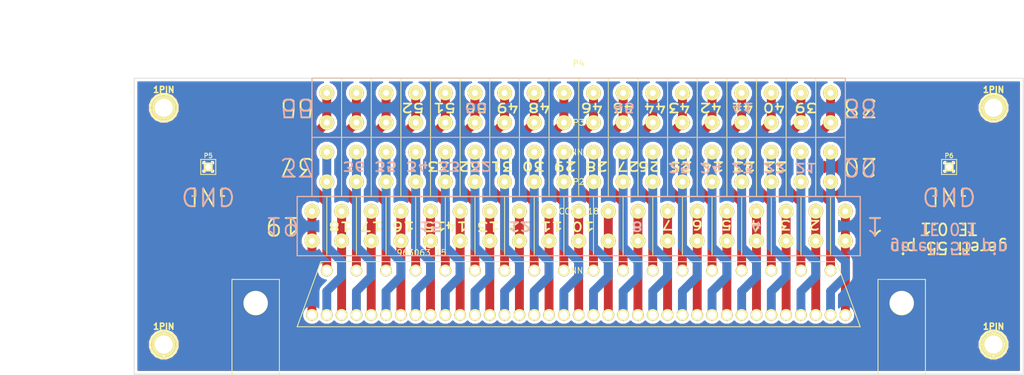
<source format=kicad_pcb>
(kicad_pcb (version 4) (host pcbnew 4.0.7)

  (general
    (links 111)
    (no_connects 2)
    (area 122.578573 107.300001 295.050001 197.375001)
    (thickness 1.6)
    (drawings 52)
    (tracks 239)
    (zones 0)
    (modules 10)
    (nets 57)
  )

  (page A3)
  (layers
    (0 F.Cu signal hide)
    (31 B.Cu signal hide)
    (32 B.Adhes user)
    (33 F.Adhes user)
    (34 B.Paste user)
    (35 F.Paste user)
    (36 B.SilkS user)
    (37 F.SilkS user)
    (38 B.Mask user)
    (39 F.Mask user)
    (40 Dwgs.User user)
    (41 Cmts.User user)
    (42 Eco1.User user)
    (43 Eco2.User user)
    (44 Edge.Cuts user)
  )

  (setup
    (last_trace_width 0.3)
    (user_trace_width 0.3)
    (user_trace_width 0.5)
    (user_trace_width 0.6)
    (user_trace_width 0.7)
    (user_trace_width 0.8)
    (user_trace_width 0.9)
    (user_trace_width 1)
    (user_trace_width 1.5)
    (user_trace_width 2)
    (trace_clearance 0.3)
    (zone_clearance 0.5)
    (zone_45_only no)
    (trace_min 0.254)
    (segment_width 0.2)
    (edge_width 0.1)
    (via_size 0.889)
    (via_drill 0.635)
    (via_min_size 0.889)
    (via_min_drill 0.508)
    (uvia_size 0.508)
    (uvia_drill 0.127)
    (uvias_allowed no)
    (uvia_min_size 0.508)
    (uvia_min_drill 0.127)
    (pcb_text_width 0.3)
    (pcb_text_size 1.5 1.5)
    (mod_edge_width 0.15)
    (mod_text_size 1 1)
    (mod_text_width 0.15)
    (pad_size 4 4)
    (pad_drill 4)
    (pad_to_mask_clearance 0)
    (aux_axis_origin 0 0)
    (visible_elements 7FFFFFFF)
    (pcbplotparams
      (layerselection 0x010fc_80000001)
      (usegerberextensions true)
      (excludeedgelayer true)
      (linewidth 0.150000)
      (plotframeref false)
      (viasonmask false)
      (mode 1)
      (useauxorigin false)
      (hpglpennumber 1)
      (hpglpenspeed 20)
      (hpglpendiameter 15)
      (hpglpenoverlay 2)
      (psnegative false)
      (psa4output false)
      (plotreference true)
      (plotvalue true)
      (plotinvisibletext false)
      (padsonsilk false)
      (subtractmaskfromsilk false)
      (outputformat 1)
      (mirror false)
      (drillshape 0)
      (scaleselection 1)
      (outputdirectory 963063-15_55_pin_connector_gerbers))
  )

  (net 0 "")
  (net 1 GND)
  (net 2 N-000001)
  (net 3 N-0000010)
  (net 4 N-0000011)
  (net 5 N-0000012)
  (net 6 N-0000013)
  (net 7 N-0000014)
  (net 8 N-0000015)
  (net 9 N-0000016)
  (net 10 N-0000017)
  (net 11 N-0000018)
  (net 12 N-0000019)
  (net 13 N-000002)
  (net 14 N-0000020)
  (net 15 N-0000021)
  (net 16 N-0000022)
  (net 17 N-0000023)
  (net 18 N-0000024)
  (net 19 N-0000025)
  (net 20 N-0000026)
  (net 21 N-0000027)
  (net 22 N-0000028)
  (net 23 N-0000029)
  (net 24 N-000003)
  (net 25 N-0000030)
  (net 26 N-0000031)
  (net 27 N-0000032)
  (net 28 N-0000033)
  (net 29 N-0000034)
  (net 30 N-0000035)
  (net 31 N-0000036)
  (net 32 N-0000037)
  (net 33 N-0000038)
  (net 34 N-0000039)
  (net 35 N-000004)
  (net 36 N-0000040)
  (net 37 N-0000041)
  (net 38 N-0000042)
  (net 39 N-0000043)
  (net 40 N-0000044)
  (net 41 N-0000046)
  (net 42 N-0000047)
  (net 43 N-0000048)
  (net 44 N-0000049)
  (net 45 N-000005)
  (net 46 N-0000050)
  (net 47 N-0000051)
  (net 48 N-0000052)
  (net 49 N-0000053)
  (net 50 N-0000054)
  (net 51 N-0000055)
  (net 52 N-0000056)
  (net 53 N-000006)
  (net 54 N-000007)
  (net 55 N-000008)
  (net 56 N-000009)

  (net_class Default "Это класс цепей по умолчанию."
    (clearance 0.3)
    (trace_width 0.3)
    (via_dia 0.889)
    (via_drill 0.635)
    (uvia_dia 0.508)
    (uvia_drill 0.127)
    (add_net GND)
    (add_net N-000001)
    (add_net N-0000010)
    (add_net N-0000011)
    (add_net N-0000012)
    (add_net N-0000013)
    (add_net N-0000014)
    (add_net N-0000015)
    (add_net N-0000016)
    (add_net N-0000017)
    (add_net N-0000018)
    (add_net N-0000019)
    (add_net N-000002)
    (add_net N-0000020)
    (add_net N-0000021)
    (add_net N-0000022)
    (add_net N-0000023)
    (add_net N-0000024)
    (add_net N-0000025)
    (add_net N-0000026)
    (add_net N-0000027)
    (add_net N-0000028)
    (add_net N-0000029)
    (add_net N-000003)
    (add_net N-0000030)
    (add_net N-0000031)
    (add_net N-0000032)
    (add_net N-0000033)
    (add_net N-0000034)
    (add_net N-0000035)
    (add_net N-0000036)
    (add_net N-0000037)
    (add_net N-0000038)
    (add_net N-0000039)
    (add_net N-000004)
    (add_net N-0000040)
    (add_net N-0000041)
    (add_net N-0000042)
    (add_net N-0000043)
    (add_net N-0000044)
    (add_net N-0000046)
    (add_net N-0000047)
    (add_net N-0000048)
    (add_net N-0000049)
    (add_net N-000005)
    (add_net N-0000050)
    (add_net N-0000051)
    (add_net N-0000052)
    (add_net N-0000053)
    (add_net N-0000054)
    (add_net N-0000055)
    (add_net N-0000056)
    (add_net N-000006)
    (add_net N-000007)
    (add_net N-000008)
    (add_net N-000009)
  )

  (module CON19X5 (layer F.Cu) (tedit 5421128E) (tstamp 54212E41)
    (at 220 145 180)
    (path /542111C2)
    (fp_text reference P2 (at 0 7.5 180) (layer F.SilkS)
      (effects (font (size 1 1) (thickness 0.15)))
    )
    (fp_text value CONN_19 (at 0 -7.5 180) (layer F.SilkS)
      (effects (font (size 1 1) (thickness 0.15)))
    )
    (fp_line (start -22.5 -5) (end -22.5 5) (layer F.SilkS) (width 0.15))
    (fp_line (start -22.5 5) (end -17.5 5) (layer F.SilkS) (width 0.15))
    (fp_line (start -17.5 5) (end -17.5 -5) (layer F.SilkS) (width 0.15))
    (fp_line (start -17.5 -5) (end -12.5 -5) (layer F.SilkS) (width 0.15))
    (fp_line (start -12.5 -5) (end -12.5 5) (layer F.SilkS) (width 0.15))
    (fp_line (start -12.5 5) (end -7.5 5) (layer F.SilkS) (width 0.15))
    (fp_line (start -7.5 5) (end -7.5 -5) (layer F.SilkS) (width 0.15))
    (fp_line (start -7.5 -5) (end -2.5 -5) (layer F.SilkS) (width 0.15))
    (fp_line (start -2.5 -5) (end -2.5 5) (layer F.SilkS) (width 0.15))
    (fp_line (start -2.5 5) (end 2.5 5) (layer F.SilkS) (width 0.15))
    (fp_line (start 2.5 5) (end 2.5 -5) (layer F.SilkS) (width 0.15))
    (fp_line (start 2.5 -5) (end 7.5 -5) (layer F.SilkS) (width 0.15))
    (fp_line (start 7.5 -5) (end 7.5 5) (layer F.SilkS) (width 0.15))
    (fp_line (start 7.5 5) (end 12.5 5) (layer F.SilkS) (width 0.15))
    (fp_line (start 12.5 5) (end 12.5 -5) (layer F.SilkS) (width 0.15))
    (fp_line (start 12.5 -5) (end 17.5 -5) (layer F.SilkS) (width 0.15))
    (fp_line (start 17.5 -5) (end 17.5 5) (layer F.SilkS) (width 0.15))
    (fp_line (start 17.5 5) (end 22.5 5) (layer F.SilkS) (width 0.15))
    (fp_line (start 22.5 5) (end 22.5 -5) (layer F.SilkS) (width 0.15))
    (fp_line (start 22.5 -5) (end 27.5 -5) (layer F.SilkS) (width 0.15))
    (fp_line (start 27.5 -5) (end 27.5 5) (layer F.SilkS) (width 0.15))
    (fp_line (start 27.5 5) (end 32.5 5) (layer F.SilkS) (width 0.15))
    (fp_line (start 32.5 5) (end 32.5 -5) (layer F.SilkS) (width 0.15))
    (fp_line (start 32.5 -5) (end 37.5 -5) (layer F.SilkS) (width 0.15))
    (fp_line (start 37.5 -5) (end 37.5 5) (layer F.SilkS) (width 0.15))
    (fp_line (start 37.5 5) (end 42.5 5) (layer F.SilkS) (width 0.15))
    (fp_line (start 42.5 5) (end 42.5 -5) (layer F.SilkS) (width 0.15))
    (fp_line (start -27.5 5) (end -27.5 -5) (layer F.SilkS) (width 0.15))
    (fp_line (start -32.5 -5) (end -32.5 5) (layer F.SilkS) (width 0.15))
    (fp_line (start -37.5 5) (end -37.5 -5) (layer F.SilkS) (width 0.15))
    (fp_line (start -42.5 -5) (end -42.5 5) (layer F.SilkS) (width 0.15))
    (fp_line (start -47.5 -5) (end -47.5 5) (layer F.SilkS) (width 0.15))
    (fp_line (start -47.5 5) (end 47.5 5) (layer F.SilkS) (width 0.15))
    (fp_line (start 47.5 5) (end 47.5 -5) (layer F.SilkS) (width 0.15))
    (fp_line (start 47.5 -5) (end -47.5 -5) (layer F.SilkS) (width 0.15))
    (pad 1 thru_hole circle (at -45 2.5 180) (size 2.5 2.5) (drill 1) (layers *.Cu *.Mask F.SilkS)
      (net 13 N-000002))
    (pad 2 thru_hole circle (at -40 2.5 180) (size 2.5 2.5) (drill 1) (layers *.Cu *.Mask F.SilkS)
      (net 24 N-000003))
    (pad 3 thru_hole circle (at -35 2.5 180) (size 2.5 2.5) (drill 1) (layers *.Cu *.Mask F.SilkS)
      (net 35 N-000004))
    (pad 4 thru_hole circle (at -30 2.5 180) (size 2.5 2.5) (drill 1) (layers *.Cu *.Mask F.SilkS)
      (net 45 N-000005))
    (pad 5 thru_hole circle (at -25 2.5 180) (size 2.5 2.5) (drill 1) (layers *.Cu *.Mask F.SilkS)
      (net 53 N-000006))
    (pad 6 thru_hole circle (at -20 2.5 180) (size 2.5 2.5) (drill 1) (layers *.Cu *.Mask F.SilkS)
      (net 54 N-000007))
    (pad 7 thru_hole circle (at -15 2.5 180) (size 2.5 2.5) (drill 1) (layers *.Cu *.Mask F.SilkS)
      (net 55 N-000008))
    (pad 8 thru_hole circle (at -10 2.5 180) (size 2.5 2.5) (drill 1) (layers *.Cu *.Mask F.SilkS)
      (net 56 N-000009))
    (pad 9 thru_hole circle (at -5 2.5 180) (size 2.5 2.5) (drill 1) (layers *.Cu *.Mask F.SilkS)
      (net 3 N-0000010))
    (pad 10 thru_hole circle (at 0 2.5 180) (size 2.5 2.5) (drill 1) (layers *.Cu *.Mask F.SilkS)
      (net 4 N-0000011))
    (pad 11 thru_hole circle (at 5 2.5 180) (size 2.5 2.5) (drill 1) (layers *.Cu *.Mask F.SilkS)
      (net 2 N-000001))
    (pad 12 thru_hole circle (at 10 2.5 180) (size 2.5 2.5) (drill 1) (layers *.Cu *.Mask F.SilkS)
      (net 6 N-0000013))
    (pad 13 thru_hole circle (at 15 2.5 180) (size 2.5 2.5) (drill 1) (layers *.Cu *.Mask F.SilkS)
      (net 7 N-0000014))
    (pad 14 thru_hole circle (at 20 2.5 180) (size 2.5 2.5) (drill 1) (layers *.Cu *.Mask F.SilkS)
      (net 8 N-0000015))
    (pad 15 thru_hole circle (at 25 2.5 180) (size 2.5 2.5) (drill 1) (layers *.Cu *.Mask F.SilkS)
      (net 9 N-0000016))
    (pad 16 thru_hole circle (at 30 2.5 180) (size 2.5 2.5) (drill 1) (layers *.Cu *.Mask F.SilkS)
      (net 10 N-0000017))
    (pad 17 thru_hole circle (at 35 2.5 180) (size 2.5 2.5) (drill 1) (layers *.Cu *.Mask F.SilkS)
      (net 11 N-0000018))
    (pad 18 thru_hole circle (at 40 2.5 180) (size 2.5 2.5) (drill 1) (layers *.Cu *.Mask F.SilkS)
      (net 12 N-0000019))
    (pad 19 thru_hole circle (at 45 2.5 180) (size 2.5 2.5) (drill 1) (layers *.Cu *.Mask F.SilkS)
      (net 14 N-0000020))
    (pad 1 thru_hole circle (at -45 -2.5 180) (size 2.5 2.5) (drill 1) (layers *.Cu *.Mask F.SilkS)
      (net 13 N-000002))
    (pad 2 thru_hole circle (at -40 -2.5 180) (size 2.5 2.5) (drill 1) (layers *.Cu *.Mask F.SilkS)
      (net 24 N-000003))
    (pad 3 thru_hole circle (at -35 -2.5 180) (size 2.5 2.5) (drill 1) (layers *.Cu *.Mask F.SilkS)
      (net 35 N-000004))
    (pad 4 thru_hole circle (at -30 -2.5 180) (size 2.5 2.5) (drill 1) (layers *.Cu *.Mask F.SilkS)
      (net 45 N-000005))
    (pad 5 thru_hole circle (at -25 -2.5 180) (size 2.5 2.5) (drill 1) (layers *.Cu *.Mask F.SilkS)
      (net 53 N-000006))
    (pad 6 thru_hole circle (at -20 -2.5 180) (size 2.5 2.5) (drill 1) (layers *.Cu *.Mask F.SilkS)
      (net 54 N-000007))
    (pad 7 thru_hole circle (at -15 -2.5 180) (size 2.5 2.5) (drill 1) (layers *.Cu *.Mask F.SilkS)
      (net 55 N-000008))
    (pad 8 thru_hole circle (at -10 -2.5 180) (size 2.5 2.5) (drill 1) (layers *.Cu *.Mask F.SilkS)
      (net 56 N-000009))
    (pad 9 thru_hole circle (at -5 -2.5 180) (size 2.5 2.5) (drill 1) (layers *.Cu *.Mask F.SilkS)
      (net 3 N-0000010))
    (pad 10 thru_hole circle (at 0 -2.5 180) (size 2.5 2.5) (drill 1) (layers *.Cu *.Mask F.SilkS)
      (net 4 N-0000011))
    (pad 11 thru_hole circle (at 5 -2.5 180) (size 2.5 2.5) (drill 1) (layers *.Cu *.Mask F.SilkS)
      (net 2 N-000001))
    (pad 12 thru_hole circle (at 10 -2.5 180) (size 2.5 2.5) (drill 1) (layers *.Cu *.Mask F.SilkS)
      (net 6 N-0000013))
    (pad 13 thru_hole circle (at 15 -2.5 180) (size 2.5 2.5) (drill 1) (layers *.Cu *.Mask F.SilkS)
      (net 7 N-0000014))
    (pad 14 thru_hole circle (at 20 -2.5 180) (size 2.5 2.5) (drill 1) (layers *.Cu *.Mask F.SilkS)
      (net 8 N-0000015))
    (pad 15 thru_hole circle (at 25 -2.5 180) (size 2.5 2.5) (drill 1) (layers *.Cu *.Mask F.SilkS)
      (net 9 N-0000016))
    (pad 16 thru_hole circle (at 30 -2.5 180) (size 2.5 2.5) (drill 1) (layers *.Cu *.Mask F.SilkS)
      (net 10 N-0000017))
    (pad 17 thru_hole circle (at 35 -2.5 180) (size 2.5 2.5) (drill 1) (layers *.Cu *.Mask F.SilkS)
      (net 11 N-0000018))
    (pad 18 thru_hole circle (at 40 -2.5 180) (size 2.5 2.5) (drill 1) (layers *.Cu *.Mask F.SilkS)
      (net 12 N-0000019))
    (pad 19 thru_hole circle (at 45 -2.5 180) (size 2.5 2.5) (drill 1) (layers *.Cu *.Mask F.SilkS)
      (net 14 N-0000020))
  )

  (module CON18X5 (layer F.Cu) (tedit 5421131E) (tstamp 54212E8B)
    (at 220 135 180)
    (path /54211270)
    (fp_text reference P3 (at 0 7.5 180) (layer F.SilkS)
      (effects (font (size 1 1) (thickness 0.15)))
    )
    (fp_text value CONN_18 (at 0 -7.5 180) (layer F.SilkS)
      (effects (font (size 1 1) (thickness 0.15)))
    )
    (fp_line (start -45 -5) (end 45 -5) (layer F.SilkS) (width 0.15))
    (fp_line (start -45 5) (end 45 5) (layer F.SilkS) (width 0.15))
    (fp_line (start -20 -5) (end -20 5) (layer F.SilkS) (width 0.15))
    (fp_line (start -20 5) (end -15 5) (layer F.SilkS) (width 0.15))
    (fp_line (start -15 5) (end -15 -5) (layer F.SilkS) (width 0.15))
    (fp_line (start -15 -5) (end -10 -5) (layer F.SilkS) (width 0.15))
    (fp_line (start -10 -5) (end -10 5) (layer F.SilkS) (width 0.15))
    (fp_line (start -10 5) (end -5 5) (layer F.SilkS) (width 0.15))
    (fp_line (start -5 5) (end -5 -5) (layer F.SilkS) (width 0.15))
    (fp_line (start -5 -5) (end 0 -5) (layer F.SilkS) (width 0.15))
    (fp_line (start 0 -5) (end 0 5) (layer F.SilkS) (width 0.15))
    (fp_line (start 0 5) (end 5 5) (layer F.SilkS) (width 0.15))
    (fp_line (start 5 5) (end 5 -5) (layer F.SilkS) (width 0.15))
    (fp_line (start 5 -5) (end 10 -5) (layer F.SilkS) (width 0.15))
    (fp_line (start 10 -5) (end 10 5) (layer F.SilkS) (width 0.15))
    (fp_line (start 10 5) (end 15 5) (layer F.SilkS) (width 0.15))
    (fp_line (start 15 5) (end 15 -5) (layer F.SilkS) (width 0.15))
    (fp_line (start 15 -5) (end 20 -5) (layer F.SilkS) (width 0.15))
    (fp_line (start 20 -5) (end 20 5) (layer F.SilkS) (width 0.15))
    (fp_line (start 20 5) (end 25 5) (layer F.SilkS) (width 0.15))
    (fp_line (start 25 5) (end 25 -5) (layer F.SilkS) (width 0.15))
    (fp_line (start 25 -5) (end 30 -5) (layer F.SilkS) (width 0.15))
    (fp_line (start 30 -5) (end 30 5) (layer F.SilkS) (width 0.15))
    (fp_line (start 30 5) (end 35 5) (layer F.SilkS) (width 0.15))
    (fp_line (start 35 5) (end 35 -5) (layer F.SilkS) (width 0.15))
    (fp_line (start 35 -5) (end 40 -5) (layer F.SilkS) (width 0.15))
    (fp_line (start 40 -5) (end 40 5) (layer F.SilkS) (width 0.15))
    (fp_line (start 40 5) (end 45 5) (layer F.SilkS) (width 0.15))
    (fp_line (start 45 5) (end 45 -5) (layer F.SilkS) (width 0.15))
    (fp_line (start -25 5) (end -25 -5) (layer F.SilkS) (width 0.15))
    (fp_line (start -30 -5) (end -30 5) (layer F.SilkS) (width 0.15))
    (fp_line (start -35 5) (end -35 -5) (layer F.SilkS) (width 0.15))
    (fp_line (start -40 -5) (end -40 5) (layer F.SilkS) (width 0.15))
    (fp_line (start -45 -5) (end -45 5) (layer F.SilkS) (width 0.15))
    (pad 1 thru_hole circle (at -42.5 2.5 180) (size 2.5 2.5) (drill 1) (layers *.Cu *.Mask F.SilkS)
      (net 15 N-0000021))
    (pad 2 thru_hole circle (at -37.5 2.5 180) (size 2.5 2.5) (drill 1) (layers *.Cu *.Mask F.SilkS)
      (net 16 N-0000022))
    (pad 3 thru_hole circle (at -32.5 2.5 180) (size 2.5 2.5) (drill 1) (layers *.Cu *.Mask F.SilkS)
      (net 29 N-0000034))
    (pad 4 thru_hole circle (at -27.5 2.5 180) (size 2.5 2.5) (drill 1) (layers *.Cu *.Mask F.SilkS)
      (net 42 N-0000047))
    (pad 5 thru_hole circle (at -22.5 2.5 180) (size 2.5 2.5) (drill 1) (layers *.Cu *.Mask F.SilkS)
      (net 43 N-0000048))
    (pad 6 thru_hole circle (at -17.5 2.5 180) (size 2.5 2.5) (drill 1) (layers *.Cu *.Mask F.SilkS)
      (net 44 N-0000049))
    (pad 7 thru_hole circle (at -12.5 2.5 180) (size 2.5 2.5) (drill 1) (layers *.Cu *.Mask F.SilkS)
      (net 46 N-0000050))
    (pad 8 thru_hole circle (at -7.5 2.5 180) (size 2.5 2.5) (drill 1) (layers *.Cu *.Mask F.SilkS)
      (net 47 N-0000051))
    (pad 9 thru_hole circle (at -2.5 2.5 180) (size 2.5 2.5) (drill 1) (layers *.Cu *.Mask F.SilkS)
      (net 48 N-0000052))
    (pad 10 thru_hole circle (at 2.5 2.5 180) (size 2.5 2.5) (drill 1) (layers *.Cu *.Mask F.SilkS)
      (net 49 N-0000053))
    (pad 11 thru_hole circle (at 7.5 2.5 180) (size 2.5 2.5) (drill 1) (layers *.Cu *.Mask F.SilkS)
      (net 50 N-0000054))
    (pad 12 thru_hole circle (at 12.5 2.5 180) (size 2.5 2.5) (drill 1) (layers *.Cu *.Mask F.SilkS)
      (net 51 N-0000055))
    (pad 13 thru_hole circle (at 17.5 2.5 180) (size 2.5 2.5) (drill 1) (layers *.Cu *.Mask F.SilkS)
      (net 52 N-0000056))
    (pad 14 thru_hole circle (at 22.5 2.5 180) (size 2.5 2.5) (drill 1) (layers *.Cu *.Mask F.SilkS)
      (net 41 N-0000046))
    (pad 15 thru_hole circle (at 27.5 2.5 180) (size 2.5 2.5) (drill 1) (layers *.Cu *.Mask F.SilkS)
      (net 18 N-0000024))
    (pad 16 thru_hole circle (at 32.5 2.5 180) (size 2.5 2.5) (drill 1) (layers *.Cu *.Mask F.SilkS)
      (net 19 N-0000025))
    (pad 17 thru_hole circle (at 37.5 2.5 180) (size 2.5 2.5) (drill 1) (layers *.Cu *.Mask F.SilkS)
      (net 20 N-0000026))
    (pad 18 thru_hole circle (at 42.5 2.5 180) (size 2.5 2.5) (drill 1) (layers *.Cu *.Mask F.SilkS)
      (net 21 N-0000027))
    (pad 1 thru_hole circle (at -42.5 -2.5 180) (size 2.5 2.5) (drill 1) (layers *.Cu *.Mask F.SilkS)
      (net 15 N-0000021))
    (pad 2 thru_hole circle (at -37.5 -2.5 180) (size 2.5 2.5) (drill 1) (layers *.Cu *.Mask F.SilkS)
      (net 16 N-0000022))
    (pad 3 thru_hole circle (at -32.5 -2.5 180) (size 2.5 2.5) (drill 1) (layers *.Cu *.Mask F.SilkS)
      (net 29 N-0000034))
    (pad 4 thru_hole circle (at -27.5 -2.5 180) (size 2.5 2.5) (drill 1) (layers *.Cu *.Mask F.SilkS)
      (net 42 N-0000047))
    (pad 5 thru_hole circle (at -22.5 -2.5 180) (size 2.5 2.5) (drill 1) (layers *.Cu *.Mask F.SilkS)
      (net 43 N-0000048))
    (pad 6 thru_hole circle (at -17.5 -2.5 180) (size 2.5 2.5) (drill 1) (layers *.Cu *.Mask F.SilkS)
      (net 44 N-0000049))
    (pad 7 thru_hole circle (at -12.5 -2.5 180) (size 2.5 2.5) (drill 1) (layers *.Cu *.Mask F.SilkS)
      (net 46 N-0000050))
    (pad 8 thru_hole circle (at -7.5 -2.5 180) (size 2.5 2.5) (drill 1) (layers *.Cu *.Mask F.SilkS)
      (net 47 N-0000051))
    (pad 9 thru_hole circle (at -2.5 -2.5 180) (size 2.5 2.5) (drill 1) (layers *.Cu *.Mask F.SilkS)
      (net 48 N-0000052))
    (pad 10 thru_hole circle (at 2.5 -2.5 180) (size 2.5 2.5) (drill 1) (layers *.Cu *.Mask F.SilkS)
      (net 49 N-0000053))
    (pad 11 thru_hole circle (at 7.5 -2.5 180) (size 2.5 2.5) (drill 1) (layers *.Cu *.Mask F.SilkS)
      (net 50 N-0000054))
    (pad 12 thru_hole circle (at 12.5 -2.5 180) (size 2.5 2.5) (drill 1) (layers *.Cu *.Mask F.SilkS)
      (net 51 N-0000055))
    (pad 13 thru_hole circle (at 17.5 -2.5 180) (size 2.5 2.5) (drill 1) (layers *.Cu *.Mask F.SilkS)
      (net 52 N-0000056))
    (pad 14 thru_hole circle (at 22.5 -2.5 180) (size 2.5 2.5) (drill 1) (layers *.Cu *.Mask F.SilkS)
      (net 41 N-0000046))
    (pad 15 thru_hole circle (at 27.5 -2.5 180) (size 2.5 2.5) (drill 1) (layers *.Cu *.Mask F.SilkS)
      (net 18 N-0000024))
    (pad 16 thru_hole circle (at 32.5 -2.5 180) (size 2.5 2.5) (drill 1) (layers *.Cu *.Mask F.SilkS)
      (net 19 N-0000025))
    (pad 17 thru_hole circle (at 37.5 -2.5 180) (size 2.5 2.5) (drill 1) (layers *.Cu *.Mask F.SilkS)
      (net 20 N-0000026))
    (pad 18 thru_hole circle (at 42.5 -2.5 180) (size 2.5 2.5) (drill 1) (layers *.Cu *.Mask F.SilkS)
      (net 21 N-0000027))
  )

  (module CON18X5 (layer F.Cu) (tedit 5421131E) (tstamp 54212ED5)
    (at 220 125 180)
    (path /5421127F)
    (fp_text reference P4 (at 0 7.5 180) (layer F.SilkS)
      (effects (font (size 1 1) (thickness 0.15)))
    )
    (fp_text value CONN_18 (at 0 -7.5 180) (layer F.SilkS)
      (effects (font (size 1 1) (thickness 0.15)))
    )
    (fp_line (start -45 -5) (end 45 -5) (layer F.SilkS) (width 0.15))
    (fp_line (start -45 5) (end 45 5) (layer F.SilkS) (width 0.15))
    (fp_line (start -20 -5) (end -20 5) (layer F.SilkS) (width 0.15))
    (fp_line (start -20 5) (end -15 5) (layer F.SilkS) (width 0.15))
    (fp_line (start -15 5) (end -15 -5) (layer F.SilkS) (width 0.15))
    (fp_line (start -15 -5) (end -10 -5) (layer F.SilkS) (width 0.15))
    (fp_line (start -10 -5) (end -10 5) (layer F.SilkS) (width 0.15))
    (fp_line (start -10 5) (end -5 5) (layer F.SilkS) (width 0.15))
    (fp_line (start -5 5) (end -5 -5) (layer F.SilkS) (width 0.15))
    (fp_line (start -5 -5) (end 0 -5) (layer F.SilkS) (width 0.15))
    (fp_line (start 0 -5) (end 0 5) (layer F.SilkS) (width 0.15))
    (fp_line (start 0 5) (end 5 5) (layer F.SilkS) (width 0.15))
    (fp_line (start 5 5) (end 5 -5) (layer F.SilkS) (width 0.15))
    (fp_line (start 5 -5) (end 10 -5) (layer F.SilkS) (width 0.15))
    (fp_line (start 10 -5) (end 10 5) (layer F.SilkS) (width 0.15))
    (fp_line (start 10 5) (end 15 5) (layer F.SilkS) (width 0.15))
    (fp_line (start 15 5) (end 15 -5) (layer F.SilkS) (width 0.15))
    (fp_line (start 15 -5) (end 20 -5) (layer F.SilkS) (width 0.15))
    (fp_line (start 20 -5) (end 20 5) (layer F.SilkS) (width 0.15))
    (fp_line (start 20 5) (end 25 5) (layer F.SilkS) (width 0.15))
    (fp_line (start 25 5) (end 25 -5) (layer F.SilkS) (width 0.15))
    (fp_line (start 25 -5) (end 30 -5) (layer F.SilkS) (width 0.15))
    (fp_line (start 30 -5) (end 30 5) (layer F.SilkS) (width 0.15))
    (fp_line (start 30 5) (end 35 5) (layer F.SilkS) (width 0.15))
    (fp_line (start 35 5) (end 35 -5) (layer F.SilkS) (width 0.15))
    (fp_line (start 35 -5) (end 40 -5) (layer F.SilkS) (width 0.15))
    (fp_line (start 40 -5) (end 40 5) (layer F.SilkS) (width 0.15))
    (fp_line (start 40 5) (end 45 5) (layer F.SilkS) (width 0.15))
    (fp_line (start 45 5) (end 45 -5) (layer F.SilkS) (width 0.15))
    (fp_line (start -25 5) (end -25 -5) (layer F.SilkS) (width 0.15))
    (fp_line (start -30 -5) (end -30 5) (layer F.SilkS) (width 0.15))
    (fp_line (start -35 5) (end -35 -5) (layer F.SilkS) (width 0.15))
    (fp_line (start -40 -5) (end -40 5) (layer F.SilkS) (width 0.15))
    (fp_line (start -45 -5) (end -45 5) (layer F.SilkS) (width 0.15))
    (pad 1 thru_hole circle (at -42.5 2.5 180) (size 2.5 2.5) (drill 1) (layers *.Cu *.Mask F.SilkS)
      (net 22 N-0000028))
    (pad 2 thru_hole circle (at -37.5 2.5 180) (size 2.5 2.5) (drill 1) (layers *.Cu *.Mask F.SilkS)
      (net 23 N-0000029))
    (pad 3 thru_hole circle (at -32.5 2.5 180) (size 2.5 2.5) (drill 1) (layers *.Cu *.Mask F.SilkS)
      (net 25 N-0000030))
    (pad 4 thru_hole circle (at -27.5 2.5 180) (size 2.5 2.5) (drill 1) (layers *.Cu *.Mask F.SilkS)
      (net 26 N-0000031))
    (pad 5 thru_hole circle (at -22.5 2.5 180) (size 2.5 2.5) (drill 1) (layers *.Cu *.Mask F.SilkS)
      (net 27 N-0000032))
    (pad 6 thru_hole circle (at -17.5 2.5 180) (size 2.5 2.5) (drill 1) (layers *.Cu *.Mask F.SilkS)
      (net 28 N-0000033))
    (pad 7 thru_hole circle (at -12.5 2.5 180) (size 2.5 2.5) (drill 1) (layers *.Cu *.Mask F.SilkS)
      (net 17 N-0000023))
    (pad 8 thru_hole circle (at -7.5 2.5 180) (size 2.5 2.5) (drill 1) (layers *.Cu *.Mask F.SilkS)
      (net 30 N-0000035))
    (pad 9 thru_hole circle (at -2.5 2.5 180) (size 2.5 2.5) (drill 1) (layers *.Cu *.Mask F.SilkS)
      (net 31 N-0000036))
    (pad 10 thru_hole circle (at 2.5 2.5 180) (size 2.5 2.5) (drill 1) (layers *.Cu *.Mask F.SilkS)
      (net 32 N-0000037))
    (pad 11 thru_hole circle (at 7.5 2.5 180) (size 2.5 2.5) (drill 1) (layers *.Cu *.Mask F.SilkS)
      (net 33 N-0000038))
    (pad 12 thru_hole circle (at 12.5 2.5 180) (size 2.5 2.5) (drill 1) (layers *.Cu *.Mask F.SilkS)
      (net 34 N-0000039))
    (pad 13 thru_hole circle (at 17.5 2.5 180) (size 2.5 2.5) (drill 1) (layers *.Cu *.Mask F.SilkS)
      (net 36 N-0000040))
    (pad 14 thru_hole circle (at 22.5 2.5 180) (size 2.5 2.5) (drill 1) (layers *.Cu *.Mask F.SilkS)
      (net 37 N-0000041))
    (pad 15 thru_hole circle (at 27.5 2.5 180) (size 2.5 2.5) (drill 1) (layers *.Cu *.Mask F.SilkS)
      (net 38 N-0000042))
    (pad 16 thru_hole circle (at 32.5 2.5 180) (size 2.5 2.5) (drill 1) (layers *.Cu *.Mask F.SilkS)
      (net 39 N-0000043))
    (pad 17 thru_hole circle (at 37.5 2.5 180) (size 2.5 2.5) (drill 1) (layers *.Cu *.Mask F.SilkS)
      (net 40 N-0000044))
    (pad 18 thru_hole circle (at 42.5 2.5 180) (size 2.5 2.5) (drill 1) (layers *.Cu *.Mask F.SilkS)
      (net 5 N-0000012))
    (pad 1 thru_hole circle (at -42.5 -2.5 180) (size 2.5 2.5) (drill 1) (layers *.Cu *.Mask F.SilkS)
      (net 22 N-0000028))
    (pad 2 thru_hole circle (at -37.5 -2.5 180) (size 2.5 2.5) (drill 1) (layers *.Cu *.Mask F.SilkS)
      (net 23 N-0000029))
    (pad 3 thru_hole circle (at -32.5 -2.5 180) (size 2.5 2.5) (drill 1) (layers *.Cu *.Mask F.SilkS)
      (net 25 N-0000030))
    (pad 4 thru_hole circle (at -27.5 -2.5 180) (size 2.5 2.5) (drill 1) (layers *.Cu *.Mask F.SilkS)
      (net 26 N-0000031))
    (pad 5 thru_hole circle (at -22.5 -2.5 180) (size 2.5 2.5) (drill 1) (layers *.Cu *.Mask F.SilkS)
      (net 27 N-0000032))
    (pad 6 thru_hole circle (at -17.5 -2.5 180) (size 2.5 2.5) (drill 1) (layers *.Cu *.Mask F.SilkS)
      (net 28 N-0000033))
    (pad 7 thru_hole circle (at -12.5 -2.5 180) (size 2.5 2.5) (drill 1) (layers *.Cu *.Mask F.SilkS)
      (net 17 N-0000023))
    (pad 8 thru_hole circle (at -7.5 -2.5 180) (size 2.5 2.5) (drill 1) (layers *.Cu *.Mask F.SilkS)
      (net 30 N-0000035))
    (pad 9 thru_hole circle (at -2.5 -2.5 180) (size 2.5 2.5) (drill 1) (layers *.Cu *.Mask F.SilkS)
      (net 31 N-0000036))
    (pad 10 thru_hole circle (at 2.5 -2.5 180) (size 2.5 2.5) (drill 1) (layers *.Cu *.Mask F.SilkS)
      (net 32 N-0000037))
    (pad 11 thru_hole circle (at 7.5 -2.5 180) (size 2.5 2.5) (drill 1) (layers *.Cu *.Mask F.SilkS)
      (net 33 N-0000038))
    (pad 12 thru_hole circle (at 12.5 -2.5 180) (size 2.5 2.5) (drill 1) (layers *.Cu *.Mask F.SilkS)
      (net 34 N-0000039))
    (pad 13 thru_hole circle (at 17.5 -2.5 180) (size 2.5 2.5) (drill 1) (layers *.Cu *.Mask F.SilkS)
      (net 36 N-0000040))
    (pad 14 thru_hole circle (at 22.5 -2.5 180) (size 2.5 2.5) (drill 1) (layers *.Cu *.Mask F.SilkS)
      (net 37 N-0000041))
    (pad 15 thru_hole circle (at 27.5 -2.5 180) (size 2.5 2.5) (drill 1) (layers *.Cu *.Mask F.SilkS)
      (net 38 N-0000042))
    (pad 16 thru_hole circle (at 32.5 -2.5 180) (size 2.5 2.5) (drill 1) (layers *.Cu *.Mask F.SilkS)
      (net 39 N-0000043))
    (pad 17 thru_hole circle (at 37.5 -2.5 180) (size 2.5 2.5) (drill 1) (layers *.Cu *.Mask F.SilkS)
      (net 40 N-0000044))
    (pad 18 thru_hole circle (at 42.5 -2.5 180) (size 2.5 2.5) (drill 1) (layers *.Cu *.Mask F.SilkS)
      (net 5 N-0000012))
  )

  (module 1pin (layer F.Cu) (tedit 200000) (tstamp 5421474E)
    (at 290 125)
    (descr "module 1 pin (ou trou mecanique de percage)")
    (tags DEV)
    (path 1pin)
    (fp_text reference 1PIN (at 0 -3.048) (layer F.SilkS)
      (effects (font (size 1.016 1.016) (thickness 0.254)))
    )
    (fp_text value P*** (at 0 2.794) (layer F.SilkS) hide
      (effects (font (size 1.016 1.016) (thickness 0.254)))
    )
    (fp_circle (center 0 0) (end 0 -2.286) (layer F.SilkS) (width 0.381))
    (pad 1 thru_hole circle (at 0 0) (size 4.064 4.064) (drill 3.048) (layers *.Cu *.Mask F.SilkS))
  )

  (module 1pin (layer F.Cu) (tedit 200000) (tstamp 54214759)
    (at 290 165)
    (descr "module 1 pin (ou trou mecanique de percage)")
    (tags DEV)
    (path 1pin)
    (fp_text reference 1PIN (at 0 -3.048) (layer F.SilkS)
      (effects (font (size 1.016 1.016) (thickness 0.254)))
    )
    (fp_text value P*** (at 0 2.794) (layer F.SilkS) hide
      (effects (font (size 1.016 1.016) (thickness 0.254)))
    )
    (fp_circle (center 0 0) (end 0 -2.286) (layer F.SilkS) (width 0.381))
    (pad 1 thru_hole circle (at 0 0) (size 4.064 4.064) (drill 3.048) (layers *.Cu *.Mask F.SilkS))
  )

  (module 1pin (layer F.Cu) (tedit 200000) (tstamp 54214764)
    (at 150 165)
    (descr "module 1 pin (ou trou mecanique de percage)")
    (tags DEV)
    (path 1pin)
    (fp_text reference 1PIN (at 0 -3.048) (layer F.SilkS)
      (effects (font (size 1.016 1.016) (thickness 0.254)))
    )
    (fp_text value P*** (at 0 2.794) (layer F.SilkS) hide
      (effects (font (size 1.016 1.016) (thickness 0.254)))
    )
    (fp_circle (center 0 0) (end 0 -2.286) (layer F.SilkS) (width 0.381))
    (pad 1 thru_hole circle (at 0 0) (size 4.064 4.064) (drill 3.048) (layers *.Cu *.Mask F.SilkS))
  )

  (module 1pin (layer F.Cu) (tedit 200000) (tstamp 5421476F)
    (at 150 125)
    (descr "module 1 pin (ou trou mecanique de percage)")
    (tags DEV)
    (path 1pin)
    (fp_text reference 1PIN (at 0 -3.048) (layer F.SilkS)
      (effects (font (size 1.016 1.016) (thickness 0.254)))
    )
    (fp_text value P*** (at 0 2.794) (layer F.SilkS) hide
      (effects (font (size 1.016 1.016) (thickness 0.254)))
    )
    (fp_circle (center 0 0) (end 0 -2.286) (layer F.SilkS) (width 0.381))
    (pad 1 thru_hole circle (at 0 0) (size 4.064 4.064) (drill 3.048) (layers *.Cu *.Mask F.SilkS))
  )

  (module PIN_ARRAY_1 (layer F.Cu) (tedit 542125D8) (tstamp 5421477F)
    (at 157.5 135)
    (descr "1 pin")
    (tags "CONN DEV")
    (path /5421258F)
    (fp_text reference P5 (at 0 -1.905) (layer F.SilkS)
      (effects (font (size 0.762 0.762) (thickness 0.1524)))
    )
    (fp_text value CONN_1 (at 0 -1.905) (layer F.SilkS) hide
      (effects (font (size 0.762 0.762) (thickness 0.1524)))
    )
    (fp_line (start 1.27 1.27) (end -1.27 1.27) (layer F.SilkS) (width 0.1524))
    (fp_line (start -1.27 -1.27) (end 1.27 -1.27) (layer F.SilkS) (width 0.1524))
    (fp_line (start -1.27 1.27) (end -1.27 -1.27) (layer F.SilkS) (width 0.1524))
    (fp_line (start 1.27 -1.27) (end 1.27 1.27) (layer F.SilkS) (width 0.1524))
    (pad 1 thru_hole rect (at 0 0) (size 1.524 1.524) (drill 1.016) (layers *.Cu *.Mask F.SilkS)
      (net 1 GND))
    (model pin_array\pin_1.wrl
      (at (xyz 0 0 0))
      (scale (xyz 1 1 1))
      (rotate (xyz 0 0 0))
    )
  )

  (module PIN_ARRAY_1 (layer F.Cu) (tedit 4E4E744E) (tstamp 542147A0)
    (at 282.5 135)
    (descr "1 pin")
    (tags "CONN DEV")
    (path /54212643)
    (fp_text reference P6 (at 0 -1.905) (layer F.SilkS)
      (effects (font (size 0.762 0.762) (thickness 0.1524)))
    )
    (fp_text value CONN_1 (at 0 -1.905) (layer F.SilkS) hide
      (effects (font (size 0.762 0.762) (thickness 0.1524)))
    )
    (fp_line (start 1.27 1.27) (end -1.27 1.27) (layer F.SilkS) (width 0.1524))
    (fp_line (start -1.27 -1.27) (end 1.27 -1.27) (layer F.SilkS) (width 0.1524))
    (fp_line (start -1.27 1.27) (end -1.27 -1.27) (layer F.SilkS) (width 0.1524))
    (fp_line (start 1.27 -1.27) (end 1.27 1.27) (layer F.SilkS) (width 0.1524))
    (pad 1 thru_hole rect (at 0 0) (size 1.524 1.524) (drill 1.016) (layers *.Cu *.Mask F.SilkS)
      (net 1 GND))
    (model pin_array\pin_1.wrl
      (at (xyz 0 0 0))
      (scale (xyz 1 1 1))
      (rotate (xyz 0 0 0))
    )
  )

  (module 963063-15 (layer F.Cu) (tedit 542127FE) (tstamp 54212F31)
    (at 220 160)
    (path /542111B3)
    (fp_text reference P1 (at 0 27.5) (layer F.SilkS)
      (effects (font (size 1 1) (thickness 0.15)))
    )
    (fp_text value 963063_15 (at -26.5 -10.5) (layer F.SilkS)
      (effects (font (size 1 1) (thickness 0.15)))
    )
    (fp_line (start -56.5 16.5) (end -68.5 16.5) (layer F.SilkS) (width 0.15))
    (fp_line (start -68.5 16.5) (end -68.5 37) (layer F.SilkS) (width 0.15))
    (fp_line (start -68.5 37) (end 68.5 37) (layer F.SilkS) (width 0.15))
    (fp_line (start 68.5 37) (end 68.5 16.5) (layer F.SilkS) (width 0.15))
    (fp_line (start 68.5 16.5) (end 56.5 16.5) (layer F.SilkS) (width 0.15))
    (fp_line (start 56.5 14) (end 56.5 16.5) (layer F.SilkS) (width 0.15))
    (fp_line (start 56.5 16.5) (end -56.5 16.5) (layer F.SilkS) (width 0.15))
    (fp_line (start -56.5 16.5) (end -56.5 14) (layer F.SilkS) (width 0.15))
    (fp_line (start 50.5 0) (end 50.5 11.5) (layer F.SilkS) (width 0.15))
    (fp_line (start -50.5 0) (end -50.5 11.5) (layer F.SilkS) (width 0.15))
    (fp_line (start 58.5 11.5) (end -58.5 11.5) (layer F.SilkS) (width 0.15))
    (fp_line (start -58.5 0) (end -58.5 11.5) (layer F.SilkS) (width 0.15))
    (fp_line (start -58.5 11.5) (end -61 11.5) (layer F.SilkS) (width 0.15))
    (fp_line (start -61 11.5) (end -61 14) (layer F.SilkS) (width 0.15))
    (fp_line (start -61 14) (end 58.5 14) (layer F.SilkS) (width 0.15))
    (fp_line (start 58.5 14) (end 61 14) (layer F.SilkS) (width 0.15))
    (fp_line (start 61 14) (end 61 11.5) (layer F.SilkS) (width 0.15))
    (fp_line (start 61 11.5) (end 58.5 11.5) (layer F.SilkS) (width 0.15))
    (fp_line (start 58.5 11.5) (end 58.5 9.5) (layer F.SilkS) (width 0.15))
    (fp_line (start 58.5 9.5) (end 58.5 4) (layer F.SilkS) (width 0.15))
    (fp_line (start 58.5 4) (end 58.5 0) (layer F.SilkS) (width 0.15))
    (fp_line (start -50.5 0) (end -50.5 -6) (layer F.SilkS) (width 0.15))
    (fp_line (start -50.5 -6) (end -58.5 -6) (layer F.SilkS) (width 0.15))
    (fp_line (start -58.5 -6) (end -58.5 0) (layer F.SilkS) (width 0.15))
    (fp_line (start 50.5 0) (end 50.5 -6) (layer F.SilkS) (width 0.15))
    (fp_line (start 50.5 -6) (end 58.5 -6) (layer F.SilkS) (width 0.15))
    (fp_line (start 58.5 -6) (end 58.5 0) (layer F.SilkS) (width 0.15))
    (fp_circle (center -54.5 -2) (end -54.5 0) (layer F.SilkS) (width 0.15))
    (fp_circle (center 54.5 -2) (end 54.5 0) (layer F.SilkS) (width 0.15))
    (fp_line (start 43.5 -9) (end 47.5 2) (layer F.SilkS) (width 0.15))
    (fp_line (start 47.5 2) (end -47.5 2) (layer F.SilkS) (width 0.15))
    (fp_line (start -47.5 2) (end -43.5 -9) (layer F.SilkS) (width 0.15))
    (fp_line (start -43.5 -9) (end 43.5 -9) (layer F.SilkS) (width 0.15))
    (pad 1 thru_hole circle (at 45 0) (size 2 2) (drill 1.4) (layers *.Cu *.Mask F.SilkS)
      (net 13 N-000002))
    (pad 2 thru_hole circle (at 40 0) (size 2 2) (drill 1.4) (layers *.Cu *.Mask F.SilkS)
      (net 24 N-000003))
    (pad 3 thru_hole circle (at 35 0) (size 2 2) (drill 1.4) (layers *.Cu *.Mask F.SilkS)
      (net 35 N-000004))
    (pad 4 thru_hole circle (at 30 0) (size 2 2) (drill 1.4) (layers *.Cu *.Mask F.SilkS)
      (net 45 N-000005))
    (pad 5 thru_hole circle (at 25 0) (size 2 2) (drill 1.4) (layers *.Cu *.Mask F.SilkS)
      (net 53 N-000006))
    (pad 6 thru_hole circle (at 20 0) (size 2 2) (drill 1.4) (layers *.Cu *.Mask F.SilkS)
      (net 54 N-000007))
    (pad 7 thru_hole circle (at 15 0) (size 2 2) (drill 1.4) (layers *.Cu *.Mask F.SilkS)
      (net 55 N-000008))
    (pad 8 thru_hole circle (at 10 0) (size 2 2) (drill 1.4) (layers *.Cu *.Mask F.SilkS)
      (net 56 N-000009))
    (pad 9 thru_hole circle (at 5 0) (size 2 2) (drill 1.4) (layers *.Cu *.Mask F.SilkS)
      (net 3 N-0000010))
    (pad 10 thru_hole circle (at 0 0) (size 2 2) (drill 1.4) (layers *.Cu *.Mask F.SilkS)
      (net 4 N-0000011))
    (pad 11 thru_hole circle (at -5 0) (size 2 2) (drill 1.4) (layers *.Cu *.Mask F.SilkS)
      (net 2 N-000001))
    (pad 12 thru_hole circle (at -10 0) (size 2 2) (drill 1.4) (layers *.Cu *.Mask F.SilkS)
      (net 6 N-0000013))
    (pad 13 thru_hole circle (at -15 0) (size 2 2) (drill 1.4) (layers *.Cu *.Mask F.SilkS)
      (net 7 N-0000014))
    (pad 14 thru_hole circle (at -20 0) (size 2 2) (drill 1.4) (layers *.Cu *.Mask F.SilkS)
      (net 8 N-0000015))
    (pad 15 thru_hole circle (at -25 0) (size 2 2) (drill 1.4) (layers *.Cu *.Mask F.SilkS)
      (net 9 N-0000016))
    (pad 16 thru_hole circle (at -30 0) (size 2 2) (drill 1.4) (layers *.Cu *.Mask F.SilkS)
      (net 10 N-0000017))
    (pad 17 thru_hole circle (at -35 0) (size 2 2) (drill 1.4) (layers *.Cu *.Mask F.SilkS)
      (net 11 N-0000018))
    (pad 18 thru_hole circle (at -40 0) (size 2 2) (drill 1.4) (layers *.Cu *.Mask F.SilkS)
      (net 12 N-0000019))
    (pad 19 thru_hole circle (at -45 0) (size 2 2) (drill 1.4) (layers *.Cu *.Mask F.SilkS)
      (net 14 N-0000020))
    (pad 20 thru_hole circle (at 42.5 0) (size 2 2) (drill 1.4) (layers *.Cu *.Mask F.SilkS)
      (net 15 N-0000021))
    (pad 21 thru_hole circle (at 37.5 0) (size 2 2) (drill 1.4) (layers *.Cu *.Mask F.SilkS)
      (net 16 N-0000022))
    (pad 22 thru_hole circle (at 32.5 0) (size 2 2) (drill 1.4) (layers *.Cu *.Mask F.SilkS)
      (net 29 N-0000034))
    (pad 23 thru_hole circle (at 27.5 0) (size 2 2) (drill 1.4) (layers *.Cu *.Mask F.SilkS)
      (net 42 N-0000047))
    (pad 24 thru_hole circle (at 22.5 0) (size 2 2) (drill 1.4) (layers *.Cu *.Mask F.SilkS)
      (net 43 N-0000048))
    (pad 25 thru_hole circle (at 17.5 0) (size 2 2) (drill 1.4) (layers *.Cu *.Mask F.SilkS)
      (net 44 N-0000049))
    (pad 26 thru_hole circle (at 12.5 0) (size 2 2) (drill 1.4) (layers *.Cu *.Mask F.SilkS)
      (net 46 N-0000050))
    (pad 27 thru_hole circle (at 7.5 0) (size 2 2) (drill 1.4) (layers *.Cu *.Mask F.SilkS)
      (net 47 N-0000051))
    (pad 28 thru_hole circle (at 2.5 0) (size 2 2) (drill 1.4) (layers *.Cu *.Mask F.SilkS)
      (net 48 N-0000052))
    (pad 29 thru_hole circle (at -2.5 0) (size 2 2) (drill 1.4) (layers *.Cu *.Mask F.SilkS)
      (net 49 N-0000053))
    (pad 30 thru_hole circle (at -7.5 0) (size 2 2) (drill 1.4) (layers *.Cu *.Mask F.SilkS)
      (net 50 N-0000054))
    (pad 31 thru_hole circle (at -12.5 0) (size 2 2) (drill 1.4) (layers *.Cu *.Mask F.SilkS)
      (net 51 N-0000055))
    (pad 32 thru_hole circle (at -17.5 0) (size 2 2) (drill 1.4) (layers *.Cu *.Mask F.SilkS)
      (net 52 N-0000056))
    (pad 33 thru_hole circle (at -22.5 0) (size 2 2) (drill 1.4) (layers *.Cu *.Mask F.SilkS)
      (net 41 N-0000046))
    (pad 34 thru_hole circle (at -27.5 0) (size 2 2) (drill 1.4) (layers *.Cu *.Mask F.SilkS)
      (net 18 N-0000024))
    (pad 35 thru_hole circle (at -32.5 0) (size 2 2) (drill 1.4) (layers *.Cu *.Mask F.SilkS)
      (net 19 N-0000025))
    (pad 36 thru_hole circle (at -37.5 0) (size 2 2) (drill 1.4) (layers *.Cu *.Mask F.SilkS)
      (net 20 N-0000026))
    (pad 37 thru_hole circle (at -42.5 0) (size 2 2) (drill 1.4) (layers *.Cu *.Mask F.SilkS)
      (net 21 N-0000027))
    (pad 38 thru_hole circle (at 42.5 -7.5) (size 2 2) (drill 1.4) (layers *.Cu *.Mask F.SilkS)
      (net 22 N-0000028))
    (pad 39 thru_hole circle (at 37.5 -7.5) (size 2 2) (drill 1.4) (layers *.Cu *.Mask F.SilkS)
      (net 23 N-0000029))
    (pad 40 thru_hole circle (at 32.5 -7.5) (size 2 2) (drill 1.4) (layers *.Cu *.Mask F.SilkS)
      (net 25 N-0000030))
    (pad 41 thru_hole circle (at 27.5 -7.5) (size 2 2) (drill 1.4) (layers *.Cu *.Mask F.SilkS)
      (net 26 N-0000031))
    (pad 42 thru_hole circle (at 22.5 -7.5) (size 2 2) (drill 1.4) (layers *.Cu *.Mask F.SilkS)
      (net 27 N-0000032))
    (pad 43 thru_hole circle (at 17.5 -7.5) (size 2 2) (drill 1.4) (layers *.Cu *.Mask F.SilkS)
      (net 28 N-0000033))
    (pad 44 thru_hole circle (at 12.5 -7.5) (size 2 2) (drill 1.4) (layers *.Cu *.Mask F.SilkS)
      (net 17 N-0000023))
    (pad 45 thru_hole circle (at 7.5 -7.5) (size 2 2) (drill 1.4) (layers *.Cu *.Mask F.SilkS)
      (net 30 N-0000035))
    (pad 46 thru_hole circle (at 2.5 -7.5) (size 2 2) (drill 1.4) (layers *.Cu *.Mask F.SilkS)
      (net 31 N-0000036))
    (pad 47 thru_hole circle (at -2.5 -7.5) (size 2 2) (drill 1.4) (layers *.Cu *.Mask F.SilkS)
      (net 32 N-0000037))
    (pad 48 thru_hole circle (at -7.5 -7.5) (size 2 2) (drill 1.4) (layers *.Cu *.Mask F.SilkS)
      (net 33 N-0000038))
    (pad 49 thru_hole circle (at -12.5 -7.5) (size 2 2) (drill 1.4) (layers *.Cu *.Mask F.SilkS)
      (net 34 N-0000039))
    (pad 50 thru_hole circle (at -17.5 -7.5) (size 2 2) (drill 1.4) (layers *.Cu *.Mask F.SilkS)
      (net 36 N-0000040))
    (pad 51 thru_hole circle (at -22.5 -7.5) (size 2 2) (drill 1.4) (layers *.Cu *.Mask F.SilkS)
      (net 37 N-0000041))
    (pad 52 thru_hole circle (at -27.5 -7.5) (size 2 2) (drill 1.4) (layers *.Cu *.Mask F.SilkS)
      (net 38 N-0000042))
    (pad 53 thru_hole circle (at -32.5 -7.5) (size 2 2) (drill 1.4) (layers *.Cu *.Mask F.SilkS)
      (net 39 N-0000043))
    (pad 54 thru_hole circle (at -37.5 -7.5) (size 2 2) (drill 1.4) (layers *.Cu *.Mask F.SilkS)
      (net 40 N-0000044))
    (pad 55 thru_hole circle (at -42.5 -7.5) (size 2 2) (drill 1.4) (layers *.Cu *.Mask F.SilkS)
      (net 5 N-0000012))
    (pad ~ thru_hole circle (at -54.5 -2) (size 4 4) (drill 4) (layers *.Cu *.Mask F.SilkS))
    (pad ~ thru_hole circle (at 54.5 -2) (size 4 4) (drill 4) (layers *.Cu *.Mask F.SilkS))
  )

  (gr_text "44 45 46" (at 227.584 124.968 180) (layer F.SilkS)
    (effects (font (size 1.5 2) (thickness 0.3)))
  )
  (gr_text "39 40 41 42 43" (at 247.65 124.968 180) (layer F.SilkS)
    (effects (font (size 1.5 2) (thickness 0.3)))
  )
  (gr_text 41 (at 247.65 124.968 180) (layer B.SilkS)
    (effects (font (size 1.5 2) (thickness 0.3)) (justify mirror))
  )
  (gr_text 45 (at 227.584 124.968 180) (layer B.SilkS)
    (effects (font (size 1.5 2) (thickness 0.3)) (justify mirror))
  )
  (gr_text 50 (at 202.692 124.968 180) (layer B.SilkS)
    (effects (font (size 1.5 2) (thickness 0.3)) (justify mirror))
  )
  (gr_text "48 49 50 51 52" (at 202.692 124.968 180) (layer F.SilkS)
    (effects (font (size 1.5 2) (thickness 0.3)))
  )
  (gr_text "27 28 29 30 31 32 33" (at 212.344 134.874 180) (layer F.SilkS)
    (effects (font (size 1.5 2) (thickness 0.3)))
  )
  (gr_text "36 35 34 33 32" (at 192.786 134.874 180) (layer B.SilkS)
    (effects (font (size 1.5 2) (thickness 0.3)) (justify mirror))
  )
  (gr_text "25 24 23 22 21" (at 247.65 135.128 180) (layer B.SilkS)
    (effects (font (size 1.5 2) (thickness 0.3)) (justify mirror))
  )
  (gr_text "22 23 24 25 26" (at 242.57 134.874 180) (layer F.SilkS)
    (effects (font (size 1.5 2) (thickness 0.3)))
  )
  (gr_text 4 (at 249.936 145.034 180) (layer B.SilkS)
    (effects (font (size 1.5 2) (thickness 0.3)) (justify mirror))
  )
  (gr_text "2  3  4  5  6  7" (at 247.396 144.78 180) (layer F.SilkS)
    (effects (font (size 1.5 2) (thickness 0.3)))
  )
  (gr_text 15 (at 195.072 145.034 180) (layer B.SilkS)
    (effects (font (size 1.5 2) (thickness 0.3)) (justify mirror))
  )
  (gr_text 12 (at 210.058 145.034 180) (layer B.SilkS)
    (effects (font (size 1.5 2) (thickness 0.3)) (justify mirror))
  )
  (gr_text "10 11 12 13 14" (at 210.058 145.034 180) (layer F.SilkS)
    (effects (font (size 1.5 2) (thickness 0.3)))
  )
  (gr_text "15 16 17 18" (at 187.706 145.034 180) (layer F.SilkS)
    (effects (font (size 1.5 2) (thickness 0.3)))
  )
  (gr_text 8 (at 229.87 145.034 180) (layer F.SilkS)
    (effects (font (size 1.5 2) (thickness 0.3)))
  )
  (gr_text 8 (at 229.87 145.034 180) (layer B.SilkS)
    (effects (font (size 1.5 2) (thickness 0.3)) (justify mirror))
  )
  (gr_text "gerefi 55 pin\nTE 0.1" (at 282.448 147.066 180) (layer F.SilkS)
    (effects (font (size 2 2) (thickness 0.3)))
  )
  (gr_text "gerefi 55 pin\nTE 0.1" (at 282.448 147.066 180) (layer B.SilkS)
    (effects (font (size 2 2) (thickness 0.3)) (justify mirror))
  )
  (gr_line (start 265 120) (end 265 130) (angle 90) (layer B.SilkS) (width 0.2))
  (gr_line (start 175 120) (end 265 120) (angle 90) (layer B.SilkS) (width 0.2))
  (gr_line (start 175 130) (end 175 120) (angle 90) (layer B.SilkS) (width 0.2))
  (gr_line (start 175 130) (end 175 140) (angle 90) (layer B.SilkS) (width 0.2))
  (gr_line (start 265 130) (end 175 130) (angle 90) (layer B.SilkS) (width 0.2))
  (gr_line (start 265 140) (end 265 130) (angle 90) (layer B.SilkS) (width 0.2))
  (gr_line (start 172.5 140) (end 267.5 140) (angle 90) (layer B.SilkS) (width 0.2))
  (gr_line (start 172.5 150) (end 172.5 140) (angle 90) (layer B.SilkS) (width 0.2))
  (gr_line (start 267.5 150) (end 172.5 150) (angle 90) (layer B.SilkS) (width 0.2))
  (gr_line (start 267.5 140) (end 267.5 150) (angle 90) (layer B.SilkS) (width 0.2))
  (gr_text GND (at 282.5 140 180) (layer B.SilkS)
    (effects (font (size 3 3) (thickness 0.3)) (justify mirror))
  )
  (gr_text GND (at 157.5 140 180) (layer B.SilkS)
    (effects (font (size 3 3) (thickness 0.3)) (justify mirror))
  )
  (gr_text GND (at 157.5 140 180) (layer F.SilkS)
    (effects (font (size 3 3) (thickness 0.3)))
  )
  (gr_text GND (at 282.5 140 180) (layer F.SilkS)
    (effects (font (size 3 3) (thickness 0.3)))
  )
  (gr_text 1 (at 270 145 180) (layer B.SilkS)
    (effects (font (size 3 3) (thickness 0.3)) (justify mirror))
  )
  (gr_text "20\n" (at 267.5 135 180) (layer B.SilkS)
    (effects (font (size 3 3) (thickness 0.3)) (justify mirror))
  )
  (gr_text "38\n" (at 267.5 125 180) (layer B.SilkS)
    (effects (font (size 3 3) (thickness 0.3)) (justify mirror))
  )
  (gr_text "19\n" (at 170 145 180) (layer B.SilkS)
    (effects (font (size 3 3) (thickness 0.3)) (justify mirror))
  )
  (gr_text 37 (at 172.5 135 180) (layer B.SilkS)
    (effects (font (size 3 3) (thickness 0.3)) (justify mirror))
  )
  (gr_text 55 (at 172.5 125 180) (layer B.SilkS)
    (effects (font (size 3 3) (thickness 0.3)) (justify mirror))
  )
  (gr_text "19\n" (at 170 145 180) (layer F.SilkS)
    (effects (font (size 3 3) (thickness 0.3)))
  )
  (gr_text 37 (at 172.5 135 180) (layer F.SilkS)
    (effects (font (size 3 3) (thickness 0.3)))
  )
  (gr_text 55 (at 172.5 125 180) (layer F.SilkS)
    (effects (font (size 3 3) (thickness 0.3)))
  )
  (gr_text "38\n" (at 267.5 125 180) (layer F.SilkS)
    (effects (font (size 3 3) (thickness 0.3)))
  )
  (gr_text "20\n" (at 267.5 135 180) (layer F.SilkS)
    (effects (font (size 3 3) (thickness 0.3)))
  )
  (gr_text 1 (at 270 145 180) (layer F.SilkS)
    (effects (font (size 3 3) (thickness 0.3)))
  )
  (gr_line (start 295 170) (end 295 120) (angle 90) (layer Edge.Cuts) (width 0.1))
  (gr_line (start 145 170) (end 295 170) (angle 90) (layer Edge.Cuts) (width 0.1))
  (gr_line (start 145 120) (end 145 170) (angle 90) (layer Edge.Cuts) (width 0.1))
  (dimension 50 (width 0.3) (layer Eco2.User)
    (gr_text "50,000 мм" (at 128.650001 144.999999 270) (layer Eco2.User)
      (effects (font (size 1.5 1.5) (thickness 0.3)))
    )
    (feature1 (pts (xy 145 170) (xy 127.300001 169.999999)))
    (feature2 (pts (xy 145 120) (xy 127.300001 119.999999)))
    (crossbar (pts (xy 130.000001 119.999999) (xy 130.000001 169.999999)))
    (arrow1a (pts (xy 130.000001 169.999999) (xy 129.413581 168.873496)))
    (arrow1b (pts (xy 130.000001 169.999999) (xy 130.586421 168.873496)))
    (arrow2a (pts (xy 130.000001 119.999999) (xy 129.413581 121.126502)))
    (arrow2b (pts (xy 130.000001 119.999999) (xy 130.586421 121.126502)))
  )
  (dimension 150 (width 0.3) (layer Eco2.User)
    (gr_text "150,000 мм" (at 220 108.650001) (layer Eco2.User)
      (effects (font (size 1.5 1.5) (thickness 0.3)))
    )
    (feature1 (pts (xy 295 120) (xy 295 107.300001)))
    (feature2 (pts (xy 145 120) (xy 145 107.300001)))
    (crossbar (pts (xy 145 110.000001) (xy 295 110.000001)))
    (arrow1a (pts (xy 295 110.000001) (xy 293.873497 110.586421)))
    (arrow1b (pts (xy 295 110.000001) (xy 293.873497 109.413581)))
    (arrow2a (pts (xy 145 110.000001) (xy 146.126503 110.586421)))
    (arrow2b (pts (xy 145 110.000001) (xy 146.126503 109.413581)))
  )
  (gr_line (start 145 120) (end 295 120) (angle 90) (layer Edge.Cuts) (width 0.1))

  (segment (start 215 160) (end 215 147.5) (width 1.5) (layer F.Cu) (net 2))
  (segment (start 215 147.5) (end 215 142.5) (width 1.5) (layer F.Cu) (net 2) (tstamp 542135E2))
  (segment (start 225 160) (end 225 147.5) (width 1.5) (layer F.Cu) (net 3))
  (segment (start 225 147.5) (end 225 142.5) (width 1.5) (layer F.Cu) (net 3) (tstamp 542135E8))
  (segment (start 220 160) (end 220 147.5) (width 1.5) (layer F.Cu) (net 4))
  (segment (start 220 147.5) (end 220 142.5) (width 1.5) (layer F.Cu) (net 4) (tstamp 542135E5))
  (segment (start 177.5 152.5) (end 177.5 141) (width 1.5) (layer F.Cu) (net 5))
  (segment (start 175 130) (end 177.5 127.5) (width 1.5) (layer F.Cu) (net 5) (tstamp 542135C6))
  (segment (start 175 138.5) (end 175 130) (width 1.5) (layer F.Cu) (net 5) (tstamp 542135C5))
  (segment (start 177.5 141) (end 175 138.5) (width 1.5) (layer F.Cu) (net 5) (tstamp 542135C4))
  (segment (start 177.5 127.5) (end 177.5 122.5) (width 1.5) (layer F.Cu) (net 5) (tstamp 542135C7))
  (segment (start 210 160) (end 210 147.5) (width 1.5) (layer F.Cu) (net 6))
  (segment (start 210 147.5) (end 210 142.5) (width 1.5) (layer F.Cu) (net 6) (tstamp 542135DF))
  (segment (start 205 160) (end 205 147.5) (width 1.5) (layer F.Cu) (net 7))
  (segment (start 205 147.5) (end 205 142.5) (width 1.5) (layer F.Cu) (net 7) (tstamp 542135DC))
  (segment (start 200 160) (end 200 147.5) (width 1.5) (layer F.Cu) (net 8))
  (segment (start 200 147.5) (end 200 142.5) (width 1.5) (layer F.Cu) (net 8) (tstamp 542135D9))
  (segment (start 195 160) (end 195 147.5) (width 1.5) (layer F.Cu) (net 9))
  (segment (start 195 147.5) (end 195 142.5) (width 1.5) (layer F.Cu) (net 9) (tstamp 542135D6))
  (segment (start 190 160) (end 190 147.5) (width 1.5) (layer F.Cu) (net 10))
  (segment (start 190 147.5) (end 190 142.5) (width 1.5) (layer F.Cu) (net 10) (tstamp 542135D3))
  (segment (start 185 160) (end 185 147.5) (width 1.5) (layer F.Cu) (net 11))
  (segment (start 185 147.5) (end 185 142.5) (width 1.5) (layer F.Cu) (net 11) (tstamp 542135D0))
  (segment (start 180 160) (end 180 147.5) (width 1.5) (layer F.Cu) (net 12))
  (segment (start 180 147.5) (end 180 142.5) (width 1.5) (layer F.Cu) (net 12) (tstamp 542135CD))
  (segment (start 265 160) (end 265 147.5) (width 1.5) (layer F.Cu) (net 13))
  (segment (start 265 147.5) (end 265 142.5) (width 1.5) (layer F.Cu) (net 13) (tstamp 54213600))
  (segment (start 175 160) (end 175 147.5) (width 1.5) (layer F.Cu) (net 14))
  (segment (start 175 147.5) (end 175 142.5) (width 1.5) (layer F.Cu) (net 14) (tstamp 542135CA))
  (segment (start 262.5 137.5) (end 262.5 132.5) (width 1.5) (layer B.Cu) (net 15))
  (segment (start 262.5 160) (end 262.5 156) (width 1.5) (layer B.Cu) (net 15))
  (segment (start 262.5 148.5) (end 262.5 137.5) (width 1.5) (layer B.Cu) (net 15) (tstamp 54213606))
  (segment (start 265 151) (end 262.5 148.5) (width 1.5) (layer B.Cu) (net 15) (tstamp 54213605))
  (segment (start 265 153.5) (end 265 151) (width 1.5) (layer B.Cu) (net 15) (tstamp 54213604))
  (segment (start 262.5 156) (end 265 153.5) (width 1.5) (layer B.Cu) (net 15) (tstamp 54213603))
  (segment (start 257.5 137.5) (end 257.5 132.5) (width 1.5) (layer B.Cu) (net 16))
  (segment (start 257.5 160) (end 257.5 159) (width 1.5) (layer B.Cu) (net 16))
  (segment (start 257.5 159) (end 257.5 160) (width 1.5) (layer B.Cu) (net 16) (tstamp 5421368F))
  (segment (start 257.5 160) (end 257.5 156) (width 1.5) (layer B.Cu) (net 16))
  (segment (start 257.5 148.5) (end 257.5 132.5) (width 1.5) (layer B.Cu) (net 16) (tstamp 5421360F))
  (segment (start 260 151) (end 257.5 148.5) (width 1.5) (layer B.Cu) (net 16) (tstamp 5421360E))
  (segment (start 260 153.5) (end 260 151) (width 1.5) (layer B.Cu) (net 16) (tstamp 5421360D))
  (segment (start 257.5 156) (end 260 153.5) (width 1.5) (layer B.Cu) (net 16) (tstamp 5421360C))
  (segment (start 232.5 122.5) (end 232.5 127.5) (width 1.5) (layer F.Cu) (net 17))
  (segment (start 232.5 152.5) (end 232.5 141) (width 1.5) (layer F.Cu) (net 17))
  (segment (start 230 130) (end 232.5 127.5) (width 1.5) (layer F.Cu) (net 17) (tstamp 54213583))
  (segment (start 230 138.5) (end 230 130) (width 1.5) (layer F.Cu) (net 17) (tstamp 54213582))
  (segment (start 232.5 141) (end 230 138.5) (width 1.5) (layer F.Cu) (net 17) (tstamp 54213581))
  (segment (start 192.5 137.5) (end 192.5 132.5) (width 1.5) (layer B.Cu) (net 18))
  (segment (start 192.5 160) (end 192.5 156) (width 1.5) (layer B.Cu) (net 18))
  (segment (start 192.5 148.5) (end 192.5 132.5) (width 1.5) (layer B.Cu) (net 18) (tstamp 54213663))
  (segment (start 195 151) (end 192.5 148.5) (width 1.5) (layer B.Cu) (net 18) (tstamp 54213662))
  (segment (start 195 153.5) (end 195 151) (width 1.5) (layer B.Cu) (net 18) (tstamp 54213661))
  (segment (start 192.5 156) (end 195 153.5) (width 1.5) (layer B.Cu) (net 18) (tstamp 54213660))
  (segment (start 187.5 137.5) (end 187.5 132.5) (width 1.5) (layer B.Cu) (net 19))
  (segment (start 187.5 160) (end 187.5 156) (width 1.5) (layer B.Cu) (net 19))
  (segment (start 187.5 148.5) (end 187.5 132.5) (width 1.5) (layer B.Cu) (net 19) (tstamp 54213669))
  (segment (start 190 151) (end 187.5 148.5) (width 1.5) (layer B.Cu) (net 19) (tstamp 54213668))
  (segment (start 190 153.5) (end 190 151) (width 1.5) (layer B.Cu) (net 19) (tstamp 54213667))
  (segment (start 187.5 156) (end 190 153.5) (width 1.5) (layer B.Cu) (net 19) (tstamp 54213666))
  (segment (start 182.5 137.5) (end 182.5 132.5) (width 1.5) (layer B.Cu) (net 20))
  (segment (start 182.5 160) (end 182.5 156) (width 1.5) (layer B.Cu) (net 20))
  (segment (start 182.5 148.5) (end 182.5 132.5) (width 1.5) (layer B.Cu) (net 20) (tstamp 5421366F))
  (segment (start 185 151) (end 182.5 148.5) (width 1.5) (layer B.Cu) (net 20) (tstamp 5421366E))
  (segment (start 185 153.5) (end 185 151) (width 1.5) (layer B.Cu) (net 20) (tstamp 5421366D))
  (segment (start 182.5 156) (end 185 153.5) (width 1.5) (layer B.Cu) (net 20) (tstamp 5421366C))
  (segment (start 177.5 160) (end 177.5 156) (width 1.5) (layer B.Cu) (net 21))
  (segment (start 177.5 148.5) (end 177.5 137.5) (width 1.5) (layer B.Cu) (net 21) (tstamp 54213675))
  (segment (start 180 151) (end 177.5 148.5) (width 1.5) (layer B.Cu) (net 21) (tstamp 54213674))
  (segment (start 180 153.5) (end 180 151) (width 1.5) (layer B.Cu) (net 21) (tstamp 54213673))
  (segment (start 177.5 156) (end 180 153.5) (width 1.5) (layer B.Cu) (net 21) (tstamp 54213672))
  (segment (start 177.5 137.5) (end 177.5 132.5) (width 1.5) (layer B.Cu) (net 21) (tstamp 54213676))
  (segment (start 262.5 122.5) (end 262.5 127.5) (width 1.5) (layer F.Cu) (net 22))
  (segment (start 262.5 152.5) (end 262.5 142) (width 1.5) (layer F.Cu) (net 22))
  (segment (start 260 130) (end 262.5 127.5) (width 1.5) (layer F.Cu) (net 22) (tstamp 5421355D))
  (segment (start 260 138.5) (end 260 130) (width 1.5) (layer F.Cu) (net 22) (tstamp 5421355C))
  (segment (start 262.5 141) (end 260 138.5) (width 1.5) (layer F.Cu) (net 22) (tstamp 5421355B))
  (segment (start 262.5 142) (end 262.5 141) (width 1.5) (layer F.Cu) (net 22) (tstamp 5421355A))
  (segment (start 257.5 152.5) (end 257.5 141) (width 1.5) (layer F.Cu) (net 23))
  (segment (start 255 130) (end 257.5 127.5) (width 1.5) (layer F.Cu) (net 23) (tstamp 54213564))
  (segment (start 255 138.5) (end 255 130) (width 1.5) (layer F.Cu) (net 23) (tstamp 54213563))
  (segment (start 257.5 141) (end 255 138.5) (width 1.5) (layer F.Cu) (net 23) (tstamp 54213562))
  (segment (start 257.5 127.5) (end 257.5 122.5) (width 1.5) (layer F.Cu) (net 23) (tstamp 54213565))
  (segment (start 260 160) (end 260 147.5) (width 1.5) (layer F.Cu) (net 24))
  (segment (start 260 147.5) (end 260 142.5) (width 1.5) (layer F.Cu) (net 24) (tstamp 542135FD))
  (segment (start 252.5 152.5) (end 252.5 141) (width 1.5) (layer F.Cu) (net 25))
  (segment (start 250 130) (end 252.5 127.5) (width 1.5) (layer F.Cu) (net 25) (tstamp 5421356A))
  (segment (start 250 138.5) (end 250 130) (width 1.5) (layer F.Cu) (net 25) (tstamp 54213569))
  (segment (start 252.5 141) (end 250 138.5) (width 1.5) (layer F.Cu) (net 25) (tstamp 54213568))
  (segment (start 252.5 127.5) (end 252.5 122.5) (width 1.5) (layer F.Cu) (net 25) (tstamp 5421356B))
  (segment (start 247.5 152.5) (end 247.5 141.5) (width 1.5) (layer F.Cu) (net 26))
  (segment (start 245 130) (end 247.5 127.5) (width 1.5) (layer F.Cu) (net 26) (tstamp 54213571))
  (segment (start 245 138.5) (end 245 130) (width 1.5) (layer F.Cu) (net 26) (tstamp 54213570))
  (segment (start 247.5 141) (end 245 138.5) (width 1.5) (layer F.Cu) (net 26) (tstamp 5421356F))
  (segment (start 247.5 141.5) (end 247.5 141) (width 1.5) (layer F.Cu) (net 26) (tstamp 5421356E))
  (segment (start 247.5 127.5) (end 247.5 122.5) (width 1.5) (layer F.Cu) (net 26) (tstamp 54213572))
  (segment (start 242.5 152.5) (end 242.5 141) (width 1.5) (layer F.Cu) (net 27))
  (segment (start 240 130) (end 242.5 127.5) (width 1.5) (layer F.Cu) (net 27) (tstamp 54213577))
  (segment (start 240 138.5) (end 240 130) (width 1.5) (layer F.Cu) (net 27) (tstamp 54213576))
  (segment (start 242.5 141) (end 240 138.5) (width 1.5) (layer F.Cu) (net 27) (tstamp 54213575))
  (segment (start 242.5 127.5) (end 242.5 122.5) (width 1.5) (layer F.Cu) (net 27) (tstamp 54213578))
  (segment (start 237.5 152.5) (end 237.5 141) (width 1.5) (layer F.Cu) (net 28))
  (segment (start 235 130) (end 237.5 127.5) (width 1.5) (layer F.Cu) (net 28) (tstamp 5421357D))
  (segment (start 235 138.5) (end 235 130) (width 1.5) (layer F.Cu) (net 28) (tstamp 5421357C))
  (segment (start 237.5 141) (end 235 138.5) (width 1.5) (layer F.Cu) (net 28) (tstamp 5421357B))
  (segment (start 237.5 127.5) (end 237.5 122.5) (width 1.5) (layer F.Cu) (net 28) (tstamp 5421357E))
  (segment (start 252.5 137.5) (end 252.5 132.5) (width 1.5) (layer B.Cu) (net 29))
  (segment (start 252.5 160) (end 252.5 156) (width 1.5) (layer B.Cu) (net 29))
  (segment (start 252.5 148.5) (end 252.5 132.5) (width 1.5) (layer B.Cu) (net 29) (tstamp 54213615))
  (segment (start 255 151) (end 252.5 148.5) (width 1.5) (layer B.Cu) (net 29) (tstamp 54213614))
  (segment (start 255 153.5) (end 255 151) (width 1.5) (layer B.Cu) (net 29) (tstamp 54213613))
  (segment (start 252.5 156) (end 255 153.5) (width 1.5) (layer B.Cu) (net 29) (tstamp 54213612))
  (segment (start 227.5 152.5) (end 227.5 141) (width 1.5) (layer F.Cu) (net 30))
  (segment (start 225 130) (end 227.5 127.5) (width 1.5) (layer F.Cu) (net 30) (tstamp 5421358A))
  (segment (start 225 138.5) (end 225 130) (width 1.5) (layer F.Cu) (net 30) (tstamp 54213589))
  (segment (start 227.5 141) (end 225 138.5) (width 1.5) (layer F.Cu) (net 30) (tstamp 54213588))
  (segment (start 227.5 127.5) (end 227.5 122.5) (width 1.5) (layer F.Cu) (net 30) (tstamp 5421358B))
  (segment (start 222.5 152.5) (end 222.5 141) (width 1.5) (layer F.Cu) (net 31))
  (segment (start 220 130) (end 222.5 127.5) (width 1.5) (layer F.Cu) (net 31) (tstamp 54213590))
  (segment (start 220 138.5) (end 220 130) (width 1.5) (layer F.Cu) (net 31) (tstamp 5421358F))
  (segment (start 222.5 141) (end 220 138.5) (width 1.5) (layer F.Cu) (net 31) (tstamp 5421358E))
  (segment (start 222.5 127.5) (end 222.5 122.5) (width 1.5) (layer F.Cu) (net 31) (tstamp 54213591))
  (segment (start 217.5 152.5) (end 217.5 141) (width 1.5) (layer F.Cu) (net 32))
  (segment (start 215 130) (end 217.5 127.5) (width 1.5) (layer F.Cu) (net 32) (tstamp 54213596))
  (segment (start 215 138.5) (end 215 130) (width 1.5) (layer F.Cu) (net 32) (tstamp 54213595))
  (segment (start 217.5 141) (end 215 138.5) (width 1.5) (layer F.Cu) (net 32) (tstamp 54213594))
  (segment (start 217.5 127.5) (end 217.5 122.5) (width 1.5) (layer F.Cu) (net 32) (tstamp 54213597))
  (segment (start 212.5 152.5) (end 212.5 141) (width 1.5) (layer F.Cu) (net 33))
  (segment (start 210 130) (end 212.5 127.5) (width 1.5) (layer F.Cu) (net 33) (tstamp 5421359C))
  (segment (start 210 138.5) (end 210 130) (width 1.5) (layer F.Cu) (net 33) (tstamp 5421359B))
  (segment (start 212.5 141) (end 210 138.5) (width 1.5) (layer F.Cu) (net 33) (tstamp 5421359A))
  (segment (start 212.5 127.5) (end 212.5 122.5) (width 1.5) (layer F.Cu) (net 33) (tstamp 5421359D))
  (segment (start 207.5 152.5) (end 207.5 141) (width 1.5) (layer F.Cu) (net 34))
  (segment (start 205 130) (end 207.5 127.5) (width 1.5) (layer F.Cu) (net 34) (tstamp 542135A2))
  (segment (start 205 138.5) (end 205 130) (width 1.5) (layer F.Cu) (net 34) (tstamp 542135A1))
  (segment (start 207.5 141) (end 205 138.5) (width 1.5) (layer F.Cu) (net 34) (tstamp 542135A0))
  (segment (start 207.5 127.5) (end 207.5 122.5) (width 1.5) (layer F.Cu) (net 34) (tstamp 542135A3))
  (segment (start 255 160) (end 255 147.5) (width 1.5) (layer F.Cu) (net 35))
  (segment (start 255 147.5) (end 255 142.5) (width 1.5) (layer F.Cu) (net 35) (tstamp 542135FA))
  (segment (start 202.5 152.5) (end 202.5 141) (width 1.5) (layer F.Cu) (net 36))
  (segment (start 200 130) (end 202.5 127.5) (width 1.5) (layer F.Cu) (net 36) (tstamp 542135A8))
  (segment (start 200 138.5) (end 200 130) (width 1.5) (layer F.Cu) (net 36) (tstamp 542135A7))
  (segment (start 202.5 141) (end 200 138.5) (width 1.5) (layer F.Cu) (net 36) (tstamp 542135A6))
  (segment (start 202.5 127.5) (end 202.5 122.5) (width 1.5) (layer F.Cu) (net 36) (tstamp 542135A9))
  (segment (start 197.5 152.5) (end 197.5 141) (width 1.5) (layer F.Cu) (net 37))
  (segment (start 195 130) (end 197.5 127.5) (width 1.5) (layer F.Cu) (net 37) (tstamp 542135AE))
  (segment (start 195 138.5) (end 195 130) (width 1.5) (layer F.Cu) (net 37) (tstamp 542135AD))
  (segment (start 197.5 141) (end 195 138.5) (width 1.5) (layer F.Cu) (net 37) (tstamp 542135AC))
  (segment (start 197.5 127.5) (end 197.5 122.5) (width 1.5) (layer F.Cu) (net 37) (tstamp 542135AF))
  (segment (start 192.5 152.5) (end 192.5 141) (width 1.5) (layer F.Cu) (net 38))
  (segment (start 190 130) (end 192.5 127.5) (width 1.5) (layer F.Cu) (net 38) (tstamp 542135B4))
  (segment (start 190 138.5) (end 190 130) (width 1.5) (layer F.Cu) (net 38) (tstamp 542135B3))
  (segment (start 192.5 141) (end 190 138.5) (width 1.5) (layer F.Cu) (net 38) (tstamp 542135B2))
  (segment (start 192.5 127.5) (end 192.5 122.5) (width 1.5) (layer F.Cu) (net 38) (tstamp 542135B5))
  (segment (start 187.5 152.5) (end 187.5 141) (width 1.5) (layer F.Cu) (net 39))
  (segment (start 185 130) (end 187.5 127.5) (width 1.5) (layer F.Cu) (net 39) (tstamp 542135BA))
  (segment (start 185 138.5) (end 185 130) (width 1.5) (layer F.Cu) (net 39) (tstamp 542135B9))
  (segment (start 187.5 141) (end 185 138.5) (width 1.5) (layer F.Cu) (net 39) (tstamp 542135B8))
  (segment (start 187.5 127.5) (end 187.5 122.5) (width 1.5) (layer F.Cu) (net 39) (tstamp 542135BB))
  (segment (start 182.5 152.5) (end 182.5 141) (width 1.5) (layer F.Cu) (net 40))
  (segment (start 180 130) (end 182.5 127.5) (width 1.5) (layer F.Cu) (net 40) (tstamp 542135C0))
  (segment (start 180 138.5) (end 180 130) (width 1.5) (layer F.Cu) (net 40) (tstamp 542135BF))
  (segment (start 182.5 141) (end 180 138.5) (width 1.5) (layer F.Cu) (net 40) (tstamp 542135BE))
  (segment (start 182.5 127.5) (end 182.5 122.5) (width 1.5) (layer F.Cu) (net 40) (tstamp 542135C1))
  (segment (start 197.5 160) (end 197.5 156) (width 1.5) (layer B.Cu) (net 41))
  (segment (start 197.5 148.5) (end 197.5 137.5) (width 1.5) (layer B.Cu) (net 41) (tstamp 5421365B))
  (segment (start 200 151) (end 197.5 148.5) (width 1.5) (layer B.Cu) (net 41) (tstamp 5421365A))
  (segment (start 200 153.5) (end 200 151) (width 1.5) (layer B.Cu) (net 41) (tstamp 54213659))
  (segment (start 197.5 156) (end 200 153.5) (width 1.5) (layer B.Cu) (net 41) (tstamp 54213658))
  (segment (start 197.5 137.5) (end 197.5 132.5) (width 1.5) (layer B.Cu) (net 41) (tstamp 5421365C))
  (segment (start 247.5 137.5) (end 247.5 132.5) (width 1.5) (layer B.Cu) (net 42))
  (segment (start 247.5 160) (end 247.5 156) (width 1.5) (layer B.Cu) (net 42))
  (segment (start 247.5 148.5) (end 247.5 132.5) (width 1.5) (layer B.Cu) (net 42) (tstamp 5421361B))
  (segment (start 250 151) (end 247.5 148.5) (width 1.5) (layer B.Cu) (net 42) (tstamp 5421361A))
  (segment (start 250 153.5) (end 250 151) (width 1.5) (layer B.Cu) (net 42) (tstamp 54213619))
  (segment (start 247.5 156) (end 250 153.5) (width 1.5) (layer B.Cu) (net 42) (tstamp 54213618))
  (segment (start 242.5 137.5) (end 242.5 132.5) (width 1.5) (layer B.Cu) (net 43))
  (segment (start 242.5 160) (end 242.5 156) (width 1.5) (layer B.Cu) (net 43))
  (segment (start 242.5 148.5) (end 242.5 132.5) (width 1.5) (layer B.Cu) (net 43) (tstamp 54213621))
  (segment (start 245 151) (end 242.5 148.5) (width 1.5) (layer B.Cu) (net 43) (tstamp 54213620))
  (segment (start 245 153.5) (end 245 151) (width 1.5) (layer B.Cu) (net 43) (tstamp 5421361F))
  (segment (start 242.5 156) (end 245 153.5) (width 1.5) (layer B.Cu) (net 43) (tstamp 5421361E))
  (segment (start 237.5 160) (end 237.5 156) (width 1.5) (layer B.Cu) (net 44))
  (segment (start 237.5 148.5) (end 237.5 132.5) (width 1.5) (layer B.Cu) (net 44) (tstamp 54213627))
  (segment (start 240 151) (end 237.5 148.5) (width 1.5) (layer B.Cu) (net 44) (tstamp 54213626))
  (segment (start 240 153.5) (end 240 151) (width 1.5) (layer B.Cu) (net 44) (tstamp 54213625))
  (segment (start 237.5 156) (end 240 153.5) (width 1.5) (layer B.Cu) (net 44) (tstamp 54213624))
  (segment (start 250 160) (end 250 147.5) (width 1.5) (layer F.Cu) (net 45))
  (segment (start 250 147.5) (end 250 142.5) (width 1.5) (layer F.Cu) (net 45) (tstamp 542135F7))
  (segment (start 232.5 137.5) (end 232.5 132.5) (width 1.5) (layer B.Cu) (net 46))
  (segment (start 232.5 160) (end 232.5 156) (width 1.5) (layer B.Cu) (net 46))
  (segment (start 232.5 148.5) (end 232.5 132.5) (width 1.5) (layer B.Cu) (net 46) (tstamp 5421362D))
  (segment (start 235 151) (end 232.5 148.5) (width 1.5) (layer B.Cu) (net 46) (tstamp 5421362C))
  (segment (start 235 153.5) (end 235 151) (width 1.5) (layer B.Cu) (net 46) (tstamp 5421362B))
  (segment (start 232.5 156) (end 235 153.5) (width 1.5) (layer B.Cu) (net 46) (tstamp 5421362A))
  (segment (start 227.5 132.5) (end 227.5 137.5) (width 1.5) (layer B.Cu) (net 47))
  (segment (start 227.5 160) (end 227.5 156) (width 1.5) (layer B.Cu) (net 47))
  (segment (start 227.5 148.5) (end 227.5 137.5) (width 1.5) (layer B.Cu) (net 47) (tstamp 54213633))
  (segment (start 230 151) (end 227.5 148.5) (width 1.5) (layer B.Cu) (net 47) (tstamp 54213632))
  (segment (start 230 153.5) (end 230 151) (width 1.5) (layer B.Cu) (net 47) (tstamp 54213631))
  (segment (start 227.5 156) (end 230 153.5) (width 1.5) (layer B.Cu) (net 47) (tstamp 54213630))
  (segment (start 222.5 160) (end 222.5 156) (width 1.5) (layer B.Cu) (net 48))
  (segment (start 222.5 148.5) (end 222.5 132.5) (width 1.5) (layer B.Cu) (net 48) (tstamp 5421363B))
  (segment (start 225 151) (end 222.5 148.5) (width 1.5) (layer B.Cu) (net 48) (tstamp 5421363A))
  (segment (start 225 153.5) (end 225 151) (width 1.5) (layer B.Cu) (net 48) (tstamp 54213639))
  (segment (start 222.5 156) (end 225 153.5) (width 1.5) (layer B.Cu) (net 48) (tstamp 54213638))
  (segment (start 217.5 160) (end 217.5 156) (width 1.5) (layer B.Cu) (net 49))
  (segment (start 217.5 148.5) (end 217.5 137.5) (width 1.5) (layer B.Cu) (net 49) (tstamp 54213642))
  (segment (start 220 151) (end 217.5 148.5) (width 1.5) (layer B.Cu) (net 49) (tstamp 54213641))
  (segment (start 220 152) (end 220 151) (width 1.5) (layer B.Cu) (net 49) (tstamp 54213640))
  (segment (start 220 153.5) (end 220 152) (width 1.5) (layer B.Cu) (net 49) (tstamp 5421363F))
  (segment (start 217.5 156) (end 220 153.5) (width 1.5) (layer B.Cu) (net 49) (tstamp 5421363E))
  (segment (start 217.5 137.5) (end 217.5 132.5) (width 1.5) (layer B.Cu) (net 49) (tstamp 54213643))
  (segment (start 212.5 137.5) (end 212.5 132.5) (width 1.5) (layer B.Cu) (net 50))
  (segment (start 212.5 160) (end 212.5 156) (width 1.5) (layer B.Cu) (net 50))
  (segment (start 212.5 148.5) (end 212.5 132.5) (width 1.5) (layer B.Cu) (net 50) (tstamp 54213649))
  (segment (start 215 151) (end 212.5 148.5) (width 1.5) (layer B.Cu) (net 50) (tstamp 54213648))
  (segment (start 215 153.5) (end 215 151) (width 1.5) (layer B.Cu) (net 50) (tstamp 54213647))
  (segment (start 212.5 156) (end 215 153.5) (width 1.5) (layer B.Cu) (net 50) (tstamp 54213646))
  (segment (start 207.5 137.5) (end 207.5 132.5) (width 1.5) (layer B.Cu) (net 51))
  (segment (start 207.5 160) (end 207.5 156) (width 1.5) (layer B.Cu) (net 51))
  (segment (start 207.5 148.5) (end 207.5 132.5) (width 1.5) (layer B.Cu) (net 51) (tstamp 5421364F))
  (segment (start 210 151) (end 207.5 148.5) (width 1.5) (layer B.Cu) (net 51) (tstamp 5421364E))
  (segment (start 210 153.5) (end 210 151) (width 1.5) (layer B.Cu) (net 51) (tstamp 5421364D))
  (segment (start 207.5 156) (end 210 153.5) (width 1.5) (layer B.Cu) (net 51) (tstamp 5421364C))
  (segment (start 202.5 137.5) (end 202.5 132.5) (width 1.5) (layer B.Cu) (net 52))
  (segment (start 202.5 160) (end 202.5 156) (width 1.5) (layer B.Cu) (net 52))
  (segment (start 202.5 148.5) (end 202.5 132.5) (width 1.5) (layer B.Cu) (net 52) (tstamp 54213655))
  (segment (start 205 151) (end 202.5 148.5) (width 1.5) (layer B.Cu) (net 52) (tstamp 54213654))
  (segment (start 205 153.5) (end 205 151) (width 1.5) (layer B.Cu) (net 52) (tstamp 54213653))
  (segment (start 202.5 156) (end 205 153.5) (width 1.5) (layer B.Cu) (net 52) (tstamp 54213652))
  (segment (start 245 160) (end 245 147.5) (width 1.5) (layer F.Cu) (net 53))
  (segment (start 245 147.5) (end 245 142.5) (width 1.5) (layer F.Cu) (net 53) (tstamp 542135F4))
  (segment (start 240 160) (end 240 147.5) (width 1.5) (layer F.Cu) (net 54))
  (segment (start 240 147.5) (end 240 142.5) (width 1.5) (layer F.Cu) (net 54) (tstamp 542135F1))
  (segment (start 235 160) (end 235 147.5) (width 1.5) (layer F.Cu) (net 55))
  (segment (start 235 147.5) (end 235 142.5) (width 1.5) (layer F.Cu) (net 55) (tstamp 542135EE))
  (segment (start 230 160) (end 230 147.5) (width 1.5) (layer F.Cu) (net 56))
  (segment (start 230 147.5) (end 230 142.5) (width 1.5) (layer F.Cu) (net 56) (tstamp 542135EB))

  (zone (net 1) (net_name GND) (layer F.Cu) (tstamp 54214775) (hatch edge 0.508)
    (connect_pads (clearance 0.5))
    (min_thickness 0.3)
    (fill (arc_segments 16) (thermal_gap 0.254) (thermal_bridge_width 0.9))
    (polygon
      (pts
        (xy 295 170) (xy 145 170) (xy 145 120) (xy 295 120)
      )
    )
    (filled_polygon
      (pts
        (xy 294.3 169.3) (xy 292.682464 169.3) (xy 292.682464 164.468858) (xy 292.682464 124.468858) (xy 292.275014 123.482754)
        (xy 291.521214 122.727637) (xy 290.535823 122.318467) (xy 289.468858 122.317536) (xy 288.482754 122.724986) (xy 287.727637 123.478786)
        (xy 287.318467 124.464177) (xy 287.317536 125.531142) (xy 287.724986 126.517246) (xy 288.478786 127.272363) (xy 289.464177 127.681533)
        (xy 290.531142 127.682464) (xy 291.517246 127.275014) (xy 292.272363 126.521214) (xy 292.681533 125.535823) (xy 292.682464 124.468858)
        (xy 292.682464 164.468858) (xy 292.275014 163.482754) (xy 291.521214 162.727637) (xy 290.535823 162.318467) (xy 289.468858 162.317536)
        (xy 288.482754 162.724986) (xy 287.727637 163.478786) (xy 287.318467 164.464177) (xy 287.317536 165.531142) (xy 287.724986 166.517246)
        (xy 288.478786 167.272363) (xy 289.464177 167.681533) (xy 290.531142 167.682464) (xy 291.517246 167.275014) (xy 292.272363 166.521214)
        (xy 292.681533 165.535823) (xy 292.682464 164.468858) (xy 292.682464 169.3) (xy 283.666069 169.3) (xy 283.666069 135.681992)
        (xy 283.666069 134.318008) (xy 283.665929 134.157287) (xy 283.604294 134.008854) (xy 283.490548 133.895307) (xy 283.342008 133.833931)
        (xy 282.901 133.834) (xy 282.8 133.935) (xy 282.8 134.7) (xy 283.565 134.7) (xy 283.666 134.599)
        (xy 283.666069 134.318008) (xy 283.666069 135.681992) (xy 283.666 135.401) (xy 283.565 135.3) (xy 282.8 135.3)
        (xy 282.8 136.065) (xy 282.901 136.166) (xy 283.342008 136.166069) (xy 283.490548 136.104693) (xy 283.604294 135.991146)
        (xy 283.665929 135.842713) (xy 283.666069 135.681992) (xy 283.666069 169.3) (xy 282.2 169.3) (xy 282.2 136.065)
        (xy 282.2 135.3) (xy 282.2 134.7) (xy 282.2 133.935) (xy 282.099 133.834) (xy 281.657992 133.833931)
        (xy 281.509452 133.895307) (xy 281.395706 134.008854) (xy 281.334071 134.157287) (xy 281.333931 134.318008) (xy 281.334 134.599)
        (xy 281.435 134.7) (xy 282.2 134.7) (xy 282.2 135.3) (xy 281.435 135.3) (xy 281.334 135.401)
        (xy 281.333931 135.681992) (xy 281.334071 135.842713) (xy 281.395706 135.991146) (xy 281.509452 136.104693) (xy 281.657992 136.166069)
        (xy 282.099 136.166) (xy 282.2 136.065) (xy 282.2 169.3) (xy 158.666069 169.3) (xy 158.666069 135.681992)
        (xy 158.666069 134.318008) (xy 158.665929 134.157287) (xy 158.604294 134.008854) (xy 158.490548 133.895307) (xy 158.342008 133.833931)
        (xy 157.901 133.834) (xy 157.8 133.935) (xy 157.8 134.7) (xy 158.565 134.7) (xy 158.666 134.599)
        (xy 158.666069 134.318008) (xy 158.666069 135.681992) (xy 158.666 135.401) (xy 158.565 135.3) (xy 157.8 135.3)
        (xy 157.8 136.065) (xy 157.901 136.166) (xy 158.342008 136.166069) (xy 158.490548 136.104693) (xy 158.604294 135.991146)
        (xy 158.665929 135.842713) (xy 158.666069 135.681992) (xy 158.666069 169.3) (xy 157.2 169.3) (xy 157.2 136.065)
        (xy 157.2 135.3) (xy 157.2 134.7) (xy 157.2 133.935) (xy 157.099 133.834) (xy 156.657992 133.833931)
        (xy 156.509452 133.895307) (xy 156.395706 134.008854) (xy 156.334071 134.157287) (xy 156.333931 134.318008) (xy 156.334 134.599)
        (xy 156.435 134.7) (xy 157.2 134.7) (xy 157.2 135.3) (xy 156.435 135.3) (xy 156.334 135.401)
        (xy 156.333931 135.681992) (xy 156.334071 135.842713) (xy 156.395706 135.991146) (xy 156.509452 136.104693) (xy 156.657992 136.166069)
        (xy 157.099 136.166) (xy 157.2 136.065) (xy 157.2 169.3) (xy 152.682464 169.3) (xy 152.682464 164.468858)
        (xy 152.682464 124.468858) (xy 152.275014 123.482754) (xy 151.521214 122.727637) (xy 150.535823 122.318467) (xy 149.468858 122.317536)
        (xy 148.482754 122.724986) (xy 147.727637 123.478786) (xy 147.318467 124.464177) (xy 147.317536 125.531142) (xy 147.724986 126.517246)
        (xy 148.478786 127.272363) (xy 149.464177 127.681533) (xy 150.531142 127.682464) (xy 151.517246 127.275014) (xy 152.272363 126.521214)
        (xy 152.681533 125.535823) (xy 152.682464 124.468858) (xy 152.682464 164.468858) (xy 152.275014 163.482754) (xy 151.521214 162.727637)
        (xy 150.535823 162.318467) (xy 149.468858 162.317536) (xy 148.482754 162.724986) (xy 147.727637 163.478786) (xy 147.318467 164.464177)
        (xy 147.317536 165.531142) (xy 147.724986 166.517246) (xy 148.478786 167.272363) (xy 149.464177 167.681533) (xy 150.531142 167.682464)
        (xy 151.517246 167.275014) (xy 152.272363 166.521214) (xy 152.681533 165.535823) (xy 152.682464 164.468858) (xy 152.682464 169.3)
        (xy 145.7 169.3) (xy 145.7 120.7) (xy 176.88091 120.7) (xy 176.425143 120.888319) (xy 175.890198 121.422331)
        (xy 175.600331 122.120409) (xy 175.599671 122.876275) (xy 175.888319 123.574857) (xy 176.1 123.786907) (xy 176.1 126.212894)
        (xy 175.890198 126.422331) (xy 175.600331 127.120409) (xy 175.600069 127.420031) (xy 174.010051 129.010051) (xy 173.706569 129.464243)
        (xy 173.6 130) (xy 173.6 138.5) (xy 173.706569 139.035757) (xy 174.010051 139.489949) (xy 175.120206 140.600104)
        (xy 174.623725 140.599671) (xy 173.925143 140.888319) (xy 173.390198 141.422331) (xy 173.100331 142.120409) (xy 173.099671 142.876275)
        (xy 173.388319 143.574857) (xy 173.6 143.786907) (xy 173.6 146.212894) (xy 173.390198 146.422331) (xy 173.100331 147.120409)
        (xy 173.099671 147.876275) (xy 173.388319 148.574857) (xy 173.6 148.786907) (xy 173.6 159.06898) (xy 173.350287 159.670355)
        (xy 173.349715 160.326765) (xy 173.600383 160.933429) (xy 174.06413 161.397986) (xy 174.670355 161.649713) (xy 175.326765 161.650285)
        (xy 175.933429 161.399617) (xy 176.250145 161.083452) (xy 176.56413 161.397986) (xy 177.170355 161.649713) (xy 177.826765 161.650285)
        (xy 178.433429 161.399617) (xy 178.750145 161.083452) (xy 179.06413 161.397986) (xy 179.670355 161.649713) (xy 180.326765 161.650285)
        (xy 180.933429 161.399617) (xy 181.250145 161.083452) (xy 181.56413 161.397986) (xy 182.170355 161.649713) (xy 182.826765 161.650285)
        (xy 183.433429 161.399617) (xy 183.750145 161.083452) (xy 184.06413 161.397986) (xy 184.670355 161.649713) (xy 185.326765 161.650285)
        (xy 185.933429 161.399617) (xy 186.250145 161.083452) (xy 186.56413 161.397986) (xy 187.170355 161.649713) (xy 187.826765 161.650285)
        (xy 188.433429 161.399617) (xy 188.750145 161.083452) (xy 189.06413 161.397986) (xy 189.670355 161.649713) (xy 190.326765 161.650285)
        (xy 190.933429 161.399617) (xy 191.250145 161.083452) (xy 191.56413 161.397986) (xy 192.170355 161.649713) (xy 192.826765 161.650285)
        (xy 193.433429 161.399617) (xy 193.750145 161.083452) (xy 194.06413 161.397986) (xy 194.670355 161.649713) (xy 195.326765 161.650285)
        (xy 195.933429 161.399617) (xy 196.250145 161.083452) (xy 196.56413 161.397986) (xy 197.170355 161.649713) (xy 197.826765 161.650285)
        (xy 198.433429 161.399617) (xy 198.750145 161.083452) (xy 199.06413 161.397986) (xy 199.670355 161.649713) (xy 200.326765 161.650285)
        (xy 200.933429 161.399617) (xy 201.250145 161.083452) (xy 201.56413 161.397986) (xy 202.170355 161.649713) (xy 202.826765 161.650285)
        (xy 203.433429 161.399617) (xy 203.750145 161.083452) (xy 204.06413 161.397986) (xy 204.670355 161.649713) (xy 205.326765 161.650285)
        (xy 205.933429 161.399617) (xy 206.250145 161.083452) (xy 206.56413 161.397986) (xy 207.170355 161.649713) (xy 207.826765 161.650285)
        (xy 208.433429 161.399617) (xy 208.750145 161.083452) (xy 209.06413 161.397986) (xy 209.670355 161.649713) (xy 210.326765 161.650285)
        (xy 210.933429 161.399617) (xy 211.250145 161.083452) (xy 211.56413 161.397986) (xy 212.170355 161.649713) (xy 212.826765 161.650285)
        (xy 213.433429 161.399617) (xy 213.750145 161.083452) (xy 214.06413 161.397986) (xy 214.670355 161.649713) (xy 215.326765 161.650285)
        (xy 215.933429 161.399617) (xy 216.250145 161.083452) (xy 216.56413 161.397986) (xy 217.170355 161.649713) (xy 217.826765 161.650285)
        (xy 218.433429 161.399617) (xy 218.750145 161.083452) (xy 219.06413 161.397986) (xy 219.670355 161.649713) (xy 220.326765 161.650285)
        (xy 220.933429 161.399617) (xy 221.250145 161.083452) (xy 221.56413 161.397986) (xy 222.170355 161.649713) (xy 222.826765 161.650285)
        (xy 223.433429 161.399617) (xy 223.750145 161.083452) (xy 224.06413 161.397986) (xy 224.670355 161.649713) (xy 225.326765 161.650285)
        (xy 225.933429 161.399617) (xy 226.250145 161.083452) (xy 226.56413 161.397986) (xy 227.170355 161.649713) (xy 227.826765 161.650285)
        (xy 228.433429 161.399617) (xy 228.750145 161.083452) (xy 229.06413 161.397986) (xy 229.670355 161.649713) (xy 230.326765 161.650285)
        (xy 230.933429 161.399617) (xy 231.250145 161.083452) (xy 231.56413 161.397986) (xy 232.170355 161.649713) (xy 232.826765 161.650285)
        (xy 233.433429 161.399617) (xy 233.750145 161.083452) (xy 234.06413 161.397986) (xy 234.670355 161.649713) (xy 235.326765 161.650285)
        (xy 235.933429 161.399617) (xy 236.250145 161.083452) (xy 236.56413 161.397986) (xy 237.170355 161.649713) (xy 237.826765 161.650285)
        (xy 238.433429 161.399617) (xy 238.750145 161.083452) (xy 239.06413 161.397986) (xy 239.670355 161.649713) (xy 240.326765 161.650285)
        (xy 240.933429 161.399617) (xy 241.250145 161.083452) (xy 241.56413 161.397986) (xy 242.170355 161.649713) (xy 242.826765 161.650285)
        (xy 243.433429 161.399617) (xy 243.750145 161.083452) (xy 244.06413 161.397986) (xy 244.670355 161.649713) (xy 245.326765 161.650285)
        (xy 245.933429 161.399617) (xy 246.250145 161.083452) (xy 246.56413 161.397986) (xy 247.170355 161.649713) (xy 247.826765 161.650285)
        (xy 248.433429 161.399617) (xy 248.750145 161.083452) (xy 249.06413 161.397986) (xy 249.670355 161.649713) (xy 250.326765 161.650285)
        (xy 250.933429 161.399617) (xy 251.250145 161.083452) (xy 251.56413 161.397986) (xy 252.170355 161.649713) (xy 252.826765 161.650285)
        (xy 253.433429 161.399617) (xy 253.750145 161.083452) (xy 254.06413 161.397986) (xy 254.670355 161.649713) (xy 255.326765 161.650285)
        (xy 255.933429 161.399617) (xy 256.250145 161.083452) (xy 256.56413 161.397986) (xy 257.170355 161.649713) (xy 257.826765 161.650285)
        (xy 258.433429 161.399617) (xy 258.750145 161.083452) (xy 259.06413 161.397986) (xy 259.670355 161.649713) (xy 260.326765 161.650285)
        (xy 260.933429 161.399617) (xy 261.250145 161.083452) (xy 261.56413 161.397986) (xy 262.170355 161.649713) (xy 262.826765 161.650285)
        (xy 263.433429 161.399617) (xy 263.750145 161.083452) (xy 264.06413 161.397986) (xy 264.670355 161.649713) (xy 265.326765 161.650285)
        (xy 265.933429 161.399617) (xy 266.397986 160.93587) (xy 266.649713 160.329645) (xy 266.650285 159.673235) (xy 266.4 159.067497)
        (xy 266.4 148.787105) (xy 266.609802 148.577669) (xy 266.899669 147.879591) (xy 266.900329 147.123725) (xy 266.611681 146.425143)
        (xy 266.4 146.213092) (xy 266.4 143.787105) (xy 266.609802 143.577669) (xy 266.899669 142.879591) (xy 266.900329 142.123725)
        (xy 266.611681 141.425143) (xy 266.077669 140.890198) (xy 265.379591 140.600331) (xy 264.623725 140.599671) (xy 263.925143 140.888319)
        (xy 263.88563 140.927762) (xy 263.793431 140.464243) (xy 263.489949 140.010051) (xy 263.489949 140.01005) (xy 262.879072 139.399173)
        (xy 263.574857 139.111681) (xy 264.109802 138.577669) (xy 264.399669 137.879591) (xy 264.400329 137.123725) (xy 264.111681 136.425143)
        (xy 263.577669 135.890198) (xy 262.879591 135.600331) (xy 262.123725 135.599671) (xy 261.425143 135.888319) (xy 261.4 135.913418)
        (xy 261.4 134.087431) (xy 261.422331 134.109802) (xy 262.120409 134.399669) (xy 262.876275 134.400329) (xy 263.574857 134.111681)
        (xy 264.109802 133.577669) (xy 264.399669 132.879591) (xy 264.400329 132.123725) (xy 264.111681 131.425143) (xy 263.577669 130.890198)
        (xy 262.879591 130.600331) (xy 262.123725 130.599671) (xy 261.425143 130.888319) (xy 261.4 130.913418) (xy 261.4 130.579898)
        (xy 262.579828 129.40007) (xy 262.876275 129.400329) (xy 263.574857 129.111681) (xy 264.109802 128.577669) (xy 264.399669 127.879591)
        (xy 264.400329 127.123725) (xy 264.111681 126.425143) (xy 263.9 126.213092) (xy 263.9 123.787105) (xy 264.109802 123.577669)
        (xy 264.399669 122.879591) (xy 264.400329 122.123725) (xy 264.111681 121.425143) (xy 263.577669 120.890198) (xy 263.11962 120.7)
        (xy 294.3 120.7) (xy 294.3 169.3)
      )
    )
  )
  (zone (net 1) (net_name GND) (layer B.Cu) (tstamp 542147D2) (hatch edge 0.508)
    (connect_pads (clearance 0.5))
    (min_thickness 0.3)
    (fill (arc_segments 16) (thermal_gap 0.254) (thermal_bridge_width 0.9))
    (polygon
      (pts
        (xy 295 170) (xy 145 170) (xy 145 120) (xy 295 120)
      )
    )
    (filled_polygon
      (pts
        (xy 294.3 169.3) (xy 292.682464 169.3) (xy 292.682464 164.468858) (xy 292.682464 124.468858) (xy 292.275014 123.482754)
        (xy 291.521214 122.727637) (xy 290.535823 122.318467) (xy 289.468858 122.317536) (xy 288.482754 122.724986) (xy 287.727637 123.478786)
        (xy 287.318467 124.464177) (xy 287.317536 125.531142) (xy 287.724986 126.517246) (xy 288.478786 127.272363) (xy 289.464177 127.681533)
        (xy 290.531142 127.682464) (xy 291.517246 127.275014) (xy 292.272363 126.521214) (xy 292.681533 125.535823) (xy 292.682464 124.468858)
        (xy 292.682464 164.468858) (xy 292.275014 163.482754) (xy 291.521214 162.727637) (xy 290.535823 162.318467) (xy 289.468858 162.317536)
        (xy 288.482754 162.724986) (xy 287.727637 163.478786) (xy 287.318467 164.464177) (xy 287.317536 165.531142) (xy 287.724986 166.517246)
        (xy 288.478786 167.272363) (xy 289.464177 167.681533) (xy 290.531142 167.682464) (xy 291.517246 167.275014) (xy 292.272363 166.521214)
        (xy 292.681533 165.535823) (xy 292.682464 164.468858) (xy 292.682464 169.3) (xy 283.666069 169.3) (xy 283.666069 135.681992)
        (xy 283.666069 134.318008) (xy 283.665929 134.157287) (xy 283.604294 134.008854) (xy 283.490548 133.895307) (xy 283.342008 133.833931)
        (xy 282.901 133.834) (xy 282.8 133.935) (xy 282.8 134.7) (xy 283.565 134.7) (xy 283.666 134.599)
        (xy 283.666069 134.318008) (xy 283.666069 135.681992) (xy 283.666 135.401) (xy 283.565 135.3) (xy 282.8 135.3)
        (xy 282.8 136.065) (xy 282.901 136.166) (xy 283.342008 136.166069) (xy 283.490548 136.104693) (xy 283.604294 135.991146)
        (xy 283.665929 135.842713) (xy 283.666069 135.681992) (xy 283.666069 169.3) (xy 282.2 169.3) (xy 282.2 136.065)
        (xy 282.2 135.3) (xy 282.2 134.7) (xy 282.2 133.935) (xy 282.099 133.834) (xy 281.657992 133.833931)
        (xy 281.509452 133.895307) (xy 281.395706 134.008854) (xy 281.334071 134.157287) (xy 281.333931 134.318008) (xy 281.334 134.599)
        (xy 281.435 134.7) (xy 282.2 134.7) (xy 282.2 135.3) (xy 281.435 135.3) (xy 281.334 135.401)
        (xy 281.333931 135.681992) (xy 281.334071 135.842713) (xy 281.395706 135.991146) (xy 281.509452 136.104693) (xy 281.657992 136.166069)
        (xy 282.099 136.166) (xy 282.2 136.065) (xy 282.2 169.3) (xy 266.900329 169.3) (xy 266.900329 147.123725)
        (xy 266.611681 146.425143) (xy 266.077669 145.890198) (xy 265.379591 145.600331) (xy 264.623725 145.599671) (xy 263.925143 145.888319)
        (xy 263.9 145.913418) (xy 263.9 144.087431) (xy 263.922331 144.109802) (xy 264.620409 144.399669) (xy 265.376275 144.400329)
        (xy 266.074857 144.111681) (xy 266.609802 143.577669) (xy 266.899669 142.879591) (xy 266.900329 142.123725) (xy 266.611681 141.425143)
        (xy 266.077669 140.890198) (xy 265.379591 140.600331) (xy 264.623725 140.599671) (xy 263.925143 140.888319) (xy 263.9 140.913418)
        (xy 263.9 138.787105) (xy 264.109802 138.577669) (xy 264.399669 137.879591) (xy 264.400329 137.123725) (xy 264.111681 136.425143)
        (xy 263.9 136.213092) (xy 263.9 133.787105) (xy 264.109802 133.577669) (xy 264.399669 132.879591) (xy 264.400329 132.123725)
        (xy 264.400329 127.123725) (xy 264.111681 126.425143) (xy 263.577669 125.890198) (xy 262.879591 125.600331) (xy 262.123725 125.599671)
        (xy 261.425143 125.888319) (xy 260.890198 126.422331) (xy 260.600331 127.120409) (xy 260.599671 127.876275) (xy 260.888319 128.574857)
        (xy 261.422331 129.109802) (xy 262.120409 129.399669) (xy 262.876275 129.400329) (xy 263.574857 129.111681) (xy 264.109802 128.577669)
        (xy 264.399669 127.879591) (xy 264.400329 127.123725) (xy 264.400329 132.123725) (xy 264.111681 131.425143) (xy 263.577669 130.890198)
        (xy 262.879591 130.600331) (xy 262.123725 130.599671) (xy 261.425143 130.888319) (xy 260.890198 131.422331) (xy 260.600331 132.120409)
        (xy 260.599671 132.876275) (xy 260.888319 133.574857) (xy 261.1 133.786907) (xy 261.1 136.212894) (xy 260.890198 136.422331)
        (xy 260.600331 137.120409) (xy 260.599671 137.876275) (xy 260.888319 138.574857) (xy 261.1 138.786907) (xy 261.1 140.912568)
        (xy 261.077669 140.890198) (xy 260.379591 140.600331) (xy 259.623725 140.599671) (xy 258.925143 140.888319) (xy 258.9 140.913418)
        (xy 258.9 138.787105) (xy 259.109802 138.577669) (xy 259.399669 137.879591) (xy 259.400329 137.123725) (xy 259.111681 136.425143)
        (xy 258.9 136.213092) (xy 258.9 133.787105) (xy 259.109802 133.577669) (xy 259.399669 132.879591) (xy 259.400329 132.123725)
        (xy 259.400329 127.123725) (xy 259.111681 126.425143) (xy 258.577669 125.890198) (xy 257.879591 125.600331) (xy 257.123725 125.599671)
        (xy 256.425143 125.888319) (xy 255.890198 126.422331) (xy 255.600331 127.120409) (xy 255.599671 127.876275) (xy 255.888319 128.574857)
        (xy 256.422331 129.109802) (xy 257.120409 129.399669) (xy 257.876275 129.400329) (xy 258.574857 129.111681) (xy 259.109802 128.577669)
        (xy 259.399669 127.879591) (xy 259.400329 127.123725) (xy 259.400329 132.123725) (xy 259.111681 131.425143) (xy 258.577669 130.890198)
        (xy 257.879591 130.600331) (xy 257.123725 130.599671) (xy 256.425143 130.888319) (xy 255.890198 131.422331) (xy 255.600331 132.120409)
        (xy 255.599671 132.876275) (xy 255.888319 133.574857) (xy 256.1 133.786907) (xy 256.1 136.212894) (xy 255.890198 136.422331)
        (xy 255.600331 137.120409) (xy 255.599671 137.876275) (xy 255.888319 138.574857) (xy 256.1 138.786907) (xy 256.1 140.912568)
        (xy 256.077669 140.890198) (xy 255.379591 140.600331) (xy 254.623725 140.599671) (xy 253.925143 140.888319) (xy 253.9 140.913418)
        (xy 253.9 138.787105) (xy 254.109802 138.577669) (xy 254.399669 137.879591) (xy 254.400329 137.123725) (xy 254.111681 136.425143)
        (xy 253.9 136.213092) (xy 253.9 133.787105) (xy 254.109802 133.577669) (xy 254.399669 132.879591) (xy 254.400329 132.123725)
        (xy 254.400329 127.123725) (xy 254.111681 126.425143) (xy 253.577669 125.890198) (xy 252.879591 125.600331) (xy 252.123725 125.599671)
        (xy 251.425143 125.888319) (xy 250.890198 126.422331) (xy 250.600331 127.120409) (xy 250.599671 127.876275) (xy 250.888319 128.574857)
        (xy 251.422331 129.109802) (xy 252.120409 129.399669) (xy 252.876275 129.400329) (xy 253.574857 129.111681) (xy 254.109802 128.577669)
        (xy 254.399669 127.879591) (xy 254.400329 127.123725) (xy 254.400329 132.123725) (xy 254.111681 131.425143) (xy 253.577669 130.890198)
        (xy 252.879591 130.600331) (xy 252.123725 130.599671) (xy 251.425143 130.888319) (xy 250.890198 131.422331) (xy 250.600331 132.120409)
        (xy 250.599671 132.876275) (xy 250.888319 133.574857) (xy 251.1 133.786907) (xy 251.1 136.212894) (xy 250.890198 136.422331)
        (xy 250.600331 137.120409) (xy 250.599671 137.876275) (xy 250.888319 138.574857) (xy 251.1 138.786907) (xy 251.1 140.912568)
        (xy 251.077669 140.890198) (xy 250.379591 140.600331) (xy 249.623725 140.599671) (xy 248.925143 140.888319) (xy 248.9 140.913418)
        (xy 248.9 138.787105) (xy 249.109802 138.577669) (xy 249.399669 137.879591) (xy 249.400329 137.123725) (xy 249.111681 136.425143)
        (xy 248.9 136.213092) (xy 248.9 133.787105) (xy 249.109802 133.577669) (xy 249.399669 132.879591) (xy 249.400329 132.123725)
        (xy 249.400329 127.123725) (xy 249.111681 126.425143) (xy 248.577669 125.890198) (xy 247.879591 125.600331) (xy 247.123725 125.599671)
        (xy 246.425143 125.888319) (xy 245.890198 126.422331) (xy 245.600331 127.120409) (xy 245.599671 127.876275) (xy 245.888319 128.574857)
        (xy 246.422331 129.109802) (xy 247.120409 129.399669) (xy 247.876275 129.400329) (xy 248.574857 129.111681) (xy 249.109802 128.577669)
        (xy 249.399669 127.879591) (xy 249.400329 127.123725) (xy 249.400329 132.123725) (xy 249.111681 131.425143) (xy 248.577669 130.890198)
        (xy 247.879591 130.600331) (xy 247.123725 130.599671) (xy 246.425143 130.888319) (xy 245.890198 131.422331) (xy 245.600331 132.120409)
        (xy 245.599671 132.876275) (xy 245.888319 133.574857) (xy 246.1 133.786907) (xy 246.1 136.212894) (xy 245.890198 136.422331)
        (xy 245.600331 137.120409) (xy 245.599671 137.876275) (xy 245.888319 138.574857) (xy 246.1 138.786907) (xy 246.1 140.912568)
        (xy 246.077669 140.890198) (xy 245.379591 140.600331) (xy 244.623725 140.599671) (xy 243.925143 140.888319) (xy 243.9 140.913418)
        (xy 243.9 138.787105) (xy 244.109802 138.577669) (xy 244.399669 137.879591) (xy 244.400329 137.123725) (xy 244.111681 136.425143)
        (xy 243.9 136.213092) (xy 243.9 133.787105) (xy 244.109802 133.577669) (xy 244.399669 132.879591) (xy 244.400329 132.123725)
        (xy 244.400329 127.123725) (xy 244.111681 126.425143) (xy 243.577669 125.890198) (xy 242.879591 125.600331) (xy 242.123725 125.599671)
        (xy 241.425143 125.888319) (xy 240.890198 126.422331) (xy 240.600331 127.120409) (xy 240.599671 127.876275) (xy 240.888319 128.574857)
        (xy 241.422331 129.109802) (xy 242.120409 129.399669) (xy 242.876275 129.400329) (xy 243.574857 129.111681) (xy 244.109802 128.577669)
        (xy 244.399669 127.879591) (xy 244.400329 127.123725) (xy 244.400329 132.123725) (xy 244.111681 131.425143) (xy 243.577669 130.890198)
        (xy 242.879591 130.600331) (xy 242.123725 130.599671) (xy 241.425143 130.888319) (xy 240.890198 131.422331) (xy 240.600331 132.120409)
        (xy 240.599671 132.876275) (xy 240.888319 133.574857) (xy 241.1 133.786907) (xy 241.1 136.212894) (xy 240.890198 136.422331)
        (xy 240.600331 137.120409) (xy 240.599671 137.876275) (xy 240.888319 138.574857) (xy 241.1 138.786907) (xy 241.1 140.912568)
        (xy 241.077669 140.890198) (xy 240.379591 140.600331) (xy 239.623725 140.599671) (xy 238.925143 140.888319) (xy 238.9 140.913418)
        (xy 238.9 138.787105) (xy 239.109802 138.577669) (xy 239.399669 137.879591) (xy 239.400329 137.123725) (xy 239.111681 136.425143)
        (xy 238.9 136.213092) (xy 238.9 133.787105) (xy 239.109802 133.577669) (xy 239.399669 132.879591) (xy 239.400329 132.123725)
        (xy 239.400329 127.123725) (xy 239.111681 126.425143) (xy 238.577669 125.890198) (xy 237.879591 125.600331) (xy 237.123725 125.599671)
        (xy 236.425143 125.888319) (xy 235.890198 126.422331) (xy 235.600331 127.120409) (xy 235.599671 127.876275) (xy 235.888319 128.574857)
        (xy 236.422331 129.109802) (xy 237.120409 129.399669) (xy 237.876275 129.400329) (xy 238.574857 129.111681) (xy 239.109802 128.577669)
        (xy 239.399669 127.879591) (xy 239.400329 127.123725) (xy 239.400329 132.123725) (xy 239.111681 131.425143) (xy 238.577669 130.890198)
        (xy 237.879591 130.600331) (xy 237.123725 130.599671) (xy 236.425143 130.888319) (xy 235.890198 131.422331) (xy 235.600331 132.120409)
        (xy 235.599671 132.876275) (xy 235.888319 133.574857) (xy 236.1 133.786907) (xy 236.1 136.212894) (xy 235.890198 136.422331)
        (xy 235.600331 137.120409) (xy 235.599671 137.876275) (xy 235.888319 138.574857) (xy 236.1 138.786907) (xy 236.1 140.912568)
        (xy 236.077669 140.890198) (xy 235.379591 140.600331) (xy 234.623725 140.599671) (xy 233.925143 140.888319) (xy 233.9 140.913418)
        (xy 233.9 138.787105) (xy 234.109802 138.577669) (xy 234.399669 137.879591) (xy 234.400329 137.123725) (xy 234.111681 136.425143)
        (xy 233.9 136.213092) (xy 233.9 133.787105) (xy 234.109802 133.577669) (xy 234.399669 132.879591) (xy 234.400329 132.123725)
        (xy 234.400329 127.123725) (xy 234.111681 126.425143) (xy 233.577669 125.890198) (xy 232.879591 125.600331) (xy 232.123725 125.599671)
        (xy 231.425143 125.888319) (xy 230.890198 126.422331) (xy 230.600331 127.120409) (xy 230.599671 127.876275) (xy 230.888319 128.574857)
        (xy 231.422331 129.109802) (xy 232.120409 129.399669) (xy 232.876275 129.400329) (xy 233.574857 129.111681) (xy 234.109802 128.577669)
        (xy 234.399669 127.879591) (xy 234.400329 127.123725) (xy 234.400329 132.123725) (xy 234.111681 131.425143) (xy 233.577669 130.890198)
        (xy 232.879591 130.600331) (xy 232.123725 130.599671) (xy 231.425143 130.888319) (xy 230.890198 131.422331) (xy 230.600331 132.120409)
        (xy 230.599671 132.876275) (xy 230.888319 133.574857) (xy 231.1 133.786907) (xy 231.1 136.212894) (xy 230.890198 136.422331)
        (xy 230.600331 137.120409) (xy 230.599671 137.876275) (xy 230.888319 138.574857) (xy 231.1 138.786907) (xy 231.1 140.912568)
        (xy 231.077669 140.890198) (xy 230.379591 140.600331) (xy 229.623725 140.599671) (xy 228.925143 140.888319) (xy 228.9 140.913418)
        (xy 228.9 138.787105) (xy 229.109802 138.577669) (xy 229.399669 137.879591) (xy 229.400329 137.123725) (xy 229.111681 136.425143)
        (xy 228.9 136.213092) (xy 228.9 133.787105) (xy 229.109802 133.577669) (xy 229.399669 132.879591) (xy 229.400329 132.123725)
        (xy 229.400329 127.123725) (xy 229.111681 126.425143) (xy 228.577669 125.890198) (xy 227.879591 125.600331) (xy 227.123725 125.599671)
        (xy 226.425143 125.888319) (xy 225.890198 126.422331) (xy 225.600331 127.120409) (xy 225.599671 127.876275) (xy 225.888319 128.574857)
        (xy 226.422331 129.109802) (xy 227.120409 129.399669) (xy 227.876275 129.400329) (xy 228.574857 129.111681) (xy 229.109802 128.577669)
        (xy 229.399669 127.879591) (xy 229.400329 127.123725) (xy 229.400329 132.123725) (xy 229.111681 131.425143) (xy 228.577669 130.890198)
        (xy 227.879591 130.600331) (xy 227.123725 130.599671) (xy 226.425143 130.888319) (xy 225.890198 131.422331) (xy 225.600331 132.120409)
        (xy 225.599671 132.876275) (xy 225.888319 133.574857) (xy 226.1 133.786907) (xy 226.1 136.212894) (xy 225.890198 136.422331)
        (xy 225.600331 137.120409) (xy 225.599671 137.876275) (xy 225.888319 138.574857) (xy 226.1 138.786907) (xy 226.1 140.912568)
        (xy 226.077669 140.890198) (xy 225.379591 140.600331) (xy 224.623725 140.599671) (xy 223.925143 140.888319) (xy 223.9 140.913418)
        (xy 223.9 138.787105) (xy 224.109802 138.577669) (xy 224.399669 137.879591) (xy 224.400329 137.123725) (xy 224.111681 136.425143)
        (xy 223.9 136.213092) (xy 223.9 133.787105) (xy 224.109802 133.577669) (xy 224.399669 132.879591) (xy 224.400329 132.123725)
        (xy 224.400329 127.123725) (xy 224.111681 126.425143) (xy 223.577669 125.890198) (xy 222.879591 125.600331) (xy 222.123725 125.599671)
        (xy 221.425143 125.888319) (xy 220.890198 126.422331) (xy 220.600331 127.120409) (xy 220.599671 127.876275) (xy 220.888319 128.574857)
        (xy 221.422331 129.109802) (xy 222.120409 129.399669) (xy 222.876275 129.400329) (xy 223.574857 129.111681) (xy 224.109802 128.577669)
        (xy 224.399669 127.879591) (xy 224.400329 127.123725) (xy 224.400329 132.123725) (xy 224.111681 131.425143) (xy 223.577669 130.890198)
        (xy 222.879591 130.600331) (xy 222.123725 130.599671) (xy 221.425143 130.888319) (xy 220.890198 131.422331) (xy 220.600331 132.120409)
        (xy 220.599671 132.876275) (xy 220.888319 133.574857) (xy 221.1 133.786907) (xy 221.1 136.212894) (xy 220.890198 136.422331)
        (xy 220.600331 137.120409) (xy 220.599671 137.876275) (xy 220.888319 138.574857) (xy 221.1 138.786907) (xy 221.1 140.912568)
        (xy 221.077669 140.890198) (xy 220.379591 140.600331) (xy 219.623725 140.599671) (xy 218.925143 140.888319) (xy 218.9 140.913418)
        (xy 218.9 138.787105) (xy 219.109802 138.577669) (xy 219.399669 137.879591) (xy 219.400329 137.123725) (xy 219.111681 136.425143)
        (xy 218.9 136.213092) (xy 218.9 133.787105) (xy 219.109802 133.577669) (xy 219.399669 132.879591) (xy 219.400329 132.123725)
        (xy 219.400329 127.123725) (xy 219.111681 126.425143) (xy 218.577669 125.890198) (xy 217.879591 125.600331) (xy 217.123725 125.599671)
        (xy 216.425143 125.888319) (xy 215.890198 126.422331) (xy 215.600331 127.120409) (xy 215.599671 127.876275) (xy 215.888319 128.574857)
        (xy 216.422331 129.109802) (xy 217.120409 129.399669) (xy 217.876275 129.400329) (xy 218.574857 129.111681) (xy 219.109802 128.577669)
        (xy 219.399669 127.879591) (xy 219.400329 127.123725) (xy 219.400329 132.123725) (xy 219.111681 131.425143) (xy 218.577669 130.890198)
        (xy 217.879591 130.600331) (xy 217.123725 130.599671) (xy 216.425143 130.888319) (xy 215.890198 131.422331) (xy 215.600331 132.120409)
        (xy 215.599671 132.876275) (xy 215.888319 133.574857) (xy 216.1 133.786907) (xy 216.1 136.212894) (xy 215.890198 136.422331)
        (xy 215.600331 137.120409) (xy 215.599671 137.876275) (xy 215.888319 138.574857) (xy 216.1 138.786907) (xy 216.1 140.912568)
        (xy 216.077669 140.890198) (xy 215.379591 140.600331) (xy 214.623725 140.599671) (xy 213.925143 140.888319) (xy 213.9 140.913418)
        (xy 213.9 138.787105) (xy 214.109802 138.577669) (xy 214.399669 137.879591) (xy 214.400329 137.123725) (xy 214.111681 136.425143)
        (xy 213.9 136.213092) (xy 213.9 133.787105) (xy 214.109802 133.577669) (xy 214.399669 132.879591) (xy 214.400329 132.123725)
        (xy 214.400329 127.123725) (xy 214.111681 126.425143) (xy 213.577669 125.890198) (xy 212.879591 125.600331) (xy 212.123725 125.599671)
        (xy 211.425143 125.888319) (xy 210.890198 126.422331) (xy 210.600331 127.120409) (xy 210.599671 127.876275) (xy 210.888319 128.574857)
        (xy 211.422331 129.109802) (xy 212.120409 129.399669) (xy 212.876275 129.400329) (xy 213.574857 129.111681) (xy 214.109802 128.577669)
        (xy 214.399669 127.879591) (xy 214.400329 127.123725) (xy 214.400329 132.123725) (xy 214.111681 131.425143) (xy 213.577669 130.890198)
        (xy 212.879591 130.600331) (xy 212.123725 130.599671) (xy 211.425143 130.888319) (xy 210.890198 131.422331) (xy 210.600331 132.120409)
        (xy 210.599671 132.876275) (xy 210.888319 133.574857) (xy 211.1 133.786907) (xy 211.1 136.212894) (xy 210.890198 136.422331)
        (xy 210.600331 137.120409) (xy 210.599671 137.876275) (xy 210.888319 138.574857) (xy 211.1 138.786907) (xy 211.1 140.912568)
        (xy 211.077669 140.890198) (xy 210.379591 140.600331) (xy 209.623725 140.599671) (xy 208.925143 140.888319) (xy 208.9 140.913418)
        (xy 208.9 138.787105) (xy 209.109802 138.577669) (xy 209.399669 137.879591) (xy 209.400329 137.123725) (xy 209.111681 136.425143)
        (xy 208.9 136.213092) (xy 208.9 133.787105) (xy 209.109802 133.577669) (xy 209.399669 132.879591) (xy 209.400329 132.123725)
        (xy 209.400329 127.123725) (xy 209.111681 126.425143) (xy 208.577669 125.890198) (xy 207.879591 125.600331) (xy 207.123725 125.599671)
        (xy 206.425143 125.888319) (xy 205.890198 126.422331) (xy 205.600331 127.120409) (xy 205.599671 127.876275) (xy 205.888319 128.574857)
        (xy 206.422331 129.109802) (xy 207.120409 129.399669) (xy 207.876275 129.400329) (xy 208.574857 129.111681) (xy 209.109802 128.577669)
        (xy 209.399669 127.879591) (xy 209.400329 127.123725) (xy 209.400329 132.123725) (xy 209.111681 131.425143) (xy 208.577669 130.890198)
        (xy 207.879591 130.600331) (xy 207.123725 130.599671) (xy 206.425143 130.888319) (xy 205.890198 131.422331) (xy 205.600331 132.120409)
        (xy 205.599671 132.876275) (xy 205.888319 133.574857) (xy 206.1 133.786907) (xy 206.1 136.212894) (xy 205.890198 136.422331)
        (xy 205.600331 137.120409) (xy 205.599671 137.876275) (xy 205.888319 138.574857) (xy 206.1 138.786907) (xy 206.1 140.912568)
        (xy 206.077669 140.890198) (xy 205.379591 140.600331) (xy 204.623725 140.599671) (xy 203.925143 140.888319) (xy 203.9 140.913418)
        (xy 203.9 138.787105) (xy 204.109802 138.577669) (xy 204.399669 137.879591) (xy 204.400329 137.123725) (xy 204.111681 136.425143)
        (xy 203.9 136.213092) (xy 203.9 133.787105) (xy 204.109802 133.577669) (xy 204.399669 132.879591) (xy 204.400329 132.123725)
        (xy 204.400329 127.123725) (xy 204.111681 126.425143) (xy 203.577669 125.890198) (xy 202.879591 125.600331) (xy 202.123725 125.599671)
        (xy 201.425143 125.888319) (xy 200.890198 126.422331) (xy 200.600331 127.120409) (xy 200.599671 127.876275) (xy 200.888319 128.574857)
        (xy 201.422331 129.109802) (xy 202.120409 129.399669) (xy 202.876275 129.400329) (xy 203.574857 129.111681) (xy 204.109802 128.577669)
        (xy 204.399669 127.879591) (xy 204.400329 127.123725) (xy 204.400329 132.123725) (xy 204.111681 131.425143) (xy 203.577669 130.890198)
        (xy 202.879591 130.600331) (xy 202.123725 130.599671) (xy 201.425143 130.888319) (xy 200.890198 131.422331) (xy 200.600331 132.120409)
        (xy 200.599671 132.876275) (xy 200.888319 133.574857) (xy 201.1 133.786907) (xy 201.1 136.212894) (xy 200.890198 136.422331)
        (xy 200.600331 137.120409) (xy 200.599671 137.876275) (xy 200.888319 138.574857) (xy 201.1 138.786907) (xy 201.1 140.912568)
        (xy 201.077669 140.890198) (xy 200.379591 140.600331) (xy 199.623725 140.599671) (xy 198.925143 140.888319) (xy 198.9 140.913418)
        (xy 198.9 138.787105) (xy 199.109802 138.577669) (xy 199.399669 137.879591) (xy 199.400329 137.123725) (xy 199.111681 136.425143)
        (xy 198.9 136.213092) (xy 198.9 133.787105) (xy 199.109802 133.577669) (xy 199.399669 132.879591) (xy 199.400329 132.123725)
        (xy 199.400329 127.123725) (xy 199.111681 126.425143) (xy 198.577669 125.890198) (xy 197.879591 125.600331) (xy 197.123725 125.599671)
        (xy 196.425143 125.888319) (xy 195.890198 126.422331) (xy 195.600331 127.120409) (xy 195.599671 127.876275) (xy 195.888319 128.574857)
        (xy 196.422331 129.109802) (xy 197.120409 129.399669) (xy 197.876275 129.400329) (xy 198.574857 129.111681) (xy 199.109802 128.577669)
        (xy 199.399669 127.879591) (xy 199.400329 127.123725) (xy 199.400329 132.123725) (xy 199.111681 131.425143) (xy 198.577669 130.890198)
        (xy 197.879591 130.600331) (xy 197.123725 130.599671) (xy 196.425143 130.888319) (xy 195.890198 131.422331) (xy 195.600331 132.120409)
        (xy 195.599671 132.876275) (xy 195.888319 133.574857) (xy 196.1 133.786907) (xy 196.1 136.212894) (xy 195.890198 136.422331)
        (xy 195.600331 137.120409) (xy 195.599671 137.876275) (xy 195.888319 138.574857) (xy 196.1 138.786907) (xy 196.1 140.912568)
        (xy 196.077669 140.890198) (xy 195.379591 140.600331) (xy 194.623725 140.599671) (xy 193.925143 140.888319) (xy 193.9 140.913418)
        (xy 193.9 138.787105) (xy 194.109802 138.577669) (xy 194.399669 137.879591) (xy 194.400329 137.123725) (xy 194.111681 136.425143)
        (xy 193.9 136.213092) (xy 193.9 133.787105) (xy 194.109802 133.577669) (xy 194.399669 132.879591) (xy 194.400329 132.123725)
        (xy 194.400329 127.123725) (xy 194.111681 126.425143) (xy 193.577669 125.890198) (xy 192.879591 125.600331) (xy 192.123725 125.599671)
        (xy 191.425143 125.888319) (xy 190.890198 126.422331) (xy 190.600331 127.120409) (xy 190.599671 127.876275) (xy 190.888319 128.574857)
        (xy 191.422331 129.109802) (xy 192.120409 129.399669) (xy 192.876275 129.400329) (xy 193.574857 129.111681) (xy 194.109802 128.577669)
        (xy 194.399669 127.879591) (xy 194.400329 127.123725) (xy 194.400329 132.123725) (xy 194.111681 131.425143) (xy 193.577669 130.890198)
        (xy 192.879591 130.600331) (xy 192.123725 130.599671) (xy 191.425143 130.888319) (xy 190.890198 131.422331) (xy 190.600331 132.120409)
        (xy 190.599671 132.876275) (xy 190.888319 133.574857) (xy 191.1 133.786907) (xy 191.1 136.212894) (xy 190.890198 136.422331)
        (xy 190.600331 137.120409) (xy 190.599671 137.876275) (xy 190.888319 138.574857) (xy 191.1 138.786907) (xy 191.1 140.912568)
        (xy 191.077669 140.890198) (xy 190.379591 140.600331) (xy 189.623725 140.599671) (xy 188.925143 140.888319) (xy 188.9 140.913418)
        (xy 188.9 138.787105) (xy 189.109802 138.577669) (xy 189.399669 137.879591) (xy 189.400329 137.123725) (xy 189.111681 136.425143)
        (xy 188.9 136.213092) (xy 188.9 133.787105) (xy 189.109802 133.577669) (xy 189.399669 132.879591) (xy 189.400329 132.123725)
        (xy 189.400329 127.123725) (xy 189.111681 126.425143) (xy 188.577669 125.890198) (xy 187.879591 125.600331) (xy 187.123725 125.599671)
        (xy 186.425143 125.888319) (xy 185.890198 126.422331) (xy 185.600331 127.120409) (xy 185.599671 127.876275) (xy 185.888319 128.574857)
        (xy 186.422331 129.109802) (xy 187.120409 129.399669) (xy 187.876275 129.400329) (xy 188.574857 129.111681) (xy 189.109802 128.577669)
        (xy 189.399669 127.879591) (xy 189.400329 127.123725) (xy 189.400329 132.123725) (xy 189.111681 131.425143) (xy 188.577669 130.890198)
        (xy 187.879591 130.600331) (xy 187.123725 130.599671) (xy 186.425143 130.888319) (xy 185.890198 131.422331) (xy 185.600331 132.120409)
        (xy 185.599671 132.876275) (xy 185.888319 133.574857) (xy 186.1 133.786907) (xy 186.1 136.212894) (xy 185.890198 136.422331)
        (xy 185.600331 137.120409) (xy 185.599671 137.876275) (xy 185.888319 138.574857) (xy 186.1 138.786907) (xy 186.1 140.912568)
        (xy 186.077669 140.890198) (xy 185.379591 140.600331) (xy 184.623725 140.599671) (xy 183.925143 140.888319) (xy 183.9 140.913418)
        (xy 183.9 138.787105) (xy 184.109802 138.577669) (xy 184.399669 137.879591) (xy 184.400329 137.123725) (xy 184.111681 136.425143)
        (xy 183.9 136.213092) (xy 183.9 133.787105) (xy 184.109802 133.577669) (xy 184.399669 132.879591) (xy 184.400329 132.123725)
        (xy 184.400329 127.123725) (xy 184.111681 126.425143) (xy 183.577669 125.890198) (xy 182.879591 125.600331) (xy 182.123725 125.599671)
        (xy 181.425143 125.888319) (xy 180.890198 126.422331) (xy 180.600331 127.120409) (xy 180.599671 127.876275) (xy 180.888319 128.574857)
        (xy 181.422331 129.109802) (xy 182.120409 129.399669) (xy 182.876275 129.400329) (xy 183.574857 129.111681) (xy 184.109802 128.577669)
        (xy 184.399669 127.879591) (xy 184.400329 127.123725) (xy 184.400329 132.123725) (xy 184.111681 131.425143) (xy 183.577669 130.890198)
        (xy 182.879591 130.600331) (xy 182.123725 130.599671) (xy 181.425143 130.888319) (xy 180.890198 131.422331) (xy 180.600331 132.120409)
        (xy 180.599671 132.876275) (xy 180.888319 133.574857) (xy 181.1 133.786907) (xy 181.1 136.212894) (xy 180.890198 136.422331)
        (xy 180.600331 137.120409) (xy 180.599671 137.876275) (xy 180.888319 138.574857) (xy 181.1 138.786907) (xy 181.1 140.912568)
        (xy 181.077669 140.890198) (xy 180.379591 140.600331) (xy 179.623725 140.599671) (xy 178.925143 140.888319) (xy 178.9 140.913418)
        (xy 178.9 138.787105) (xy 179.109802 138.577669) (xy 179.399669 137.879591) (xy 179.400329 137.123725) (xy 179.111681 136.425143)
        (xy 178.9 136.213092) (xy 178.9 133.787105) (xy 179.109802 133.577669) (xy 179.399669 132.879591) (xy 179.400329 132.123725)
        (xy 179.400329 127.123725) (xy 179.111681 126.425143) (xy 178.577669 125.890198) (xy 177.879591 125.600331) (xy 177.123725 125.599671)
        (xy 176.425143 125.888319) (xy 175.890198 126.422331) (xy 175.600331 127.120409) (xy 175.599671 127.876275) (xy 175.888319 128.574857)
        (xy 176.422331 129.109802) (xy 177.120409 129.399669) (xy 177.876275 129.400329) (xy 178.574857 129.111681) (xy 179.109802 128.577669)
        (xy 179.399669 127.879591) (xy 179.400329 127.123725) (xy 179.400329 132.123725) (xy 179.111681 131.425143) (xy 178.577669 130.890198)
        (xy 177.879591 130.600331) (xy 177.123725 130.599671) (xy 176.425143 130.888319) (xy 175.890198 131.422331) (xy 175.600331 132.120409)
        (xy 175.599671 132.876275) (xy 175.888319 133.574857) (xy 176.1 133.786907) (xy 176.1 136.212894) (xy 175.890198 136.422331)
        (xy 175.600331 137.120409) (xy 175.599671 137.876275) (xy 175.888319 138.574857) (xy 176.1 138.786907) (xy 176.1 140.912568)
        (xy 176.077669 140.890198) (xy 175.379591 140.600331) (xy 174.623725 140.599671) (xy 173.925143 140.888319) (xy 173.390198 141.422331)
        (xy 173.100331 142.120409) (xy 173.099671 142.876275) (xy 173.388319 143.574857) (xy 173.922331 144.109802) (xy 174.620409 144.399669)
        (xy 175.376275 144.400329) (xy 176.074857 144.111681) (xy 176.1 144.086581) (xy 176.1 145.912568) (xy 176.077669 145.890198)
        (xy 175.379591 145.600331) (xy 174.623725 145.599671) (xy 173.925143 145.888319) (xy 173.390198 146.422331) (xy 173.100331 147.120409)
        (xy 173.099671 147.876275) (xy 173.388319 148.574857) (xy 173.922331 149.109802) (xy 174.620409 149.399669) (xy 175.376275 149.400329)
        (xy 176.074857 149.111681) (xy 176.197348 148.989403) (xy 176.206569 149.035757) (xy 176.510051 149.489949) (xy 177.89932 150.879218)
        (xy 177.829645 150.850287) (xy 177.173235 150.849715) (xy 176.566571 151.100383) (xy 176.102014 151.56413) (xy 175.850287 152.170355)
        (xy 175.849715 152.826765) (xy 176.100383 153.433429) (xy 176.56413 153.897986) (xy 177.170355 154.149713) (xy 177.370214 154.149887)
        (xy 176.510051 155.010051) (xy 176.206569 155.464243) (xy 176.1 156) (xy 176.1 158.76643) (xy 175.93587 158.602014)
        (xy 175.329645 158.350287) (xy 174.673235 158.349715) (xy 174.066571 158.600383) (xy 173.602014 159.06413) (xy 173.350287 159.670355)
        (xy 173.349715 160.326765) (xy 173.600383 160.933429) (xy 174.06413 161.397986) (xy 174.670355 161.649713) (xy 175.326765 161.650285)
        (xy 175.933429 161.399617) (xy 176.250145 161.083452) (xy 176.56413 161.397986) (xy 177.170355 161.649713) (xy 177.826765 161.650285)
        (xy 178.433429 161.399617) (xy 178.750145 161.083452) (xy 179.06413 161.397986) (xy 179.670355 161.649713) (xy 180.326765 161.650285)
        (xy 180.933429 161.399617) (xy 181.250145 161.083452) (xy 181.56413 161.397986) (xy 182.170355 161.649713) (xy 182.826765 161.650285)
        (xy 183.433429 161.399617) (xy 183.750145 161.083452) (xy 184.06413 161.397986) (xy 184.670355 161.649713) (xy 185.326765 161.650285)
        (xy 185.933429 161.399617) (xy 186.250145 161.083452) (xy 186.56413 161.397986) (xy 187.170355 161.649713) (xy 187.826765 161.650285)
        (xy 188.433429 161.399617) (xy 188.750145 161.083452) (xy 189.06413 161.397986) (xy 189.670355 161.649713) (xy 190.326765 161.650285)
        (xy 190.933429 161.399617) (xy 191.250145 161.083452) (xy 191.56413 161.397986) (xy 192.170355 161.649713) (xy 192.826765 161.650285)
        (xy 193.433429 161.399617) (xy 193.750145 161.083452) (xy 194.06413 161.397986) (xy 194.670355 161.649713) (xy 195.326765 161.650285)
        (xy 195.933429 161.399617) (xy 196.250145 161.083452) (xy 196.56413 161.397986) (xy 197.170355 161.649713) (xy 197.826765 161.650285)
        (xy 198.433429 161.399617) (xy 198.750145 161.083452) (xy 199.06413 161.397986) (xy 199.670355 161.649713) (xy 200.326765 161.650285)
        (xy 200.933429 161.399617) (xy 201.250145 161.083452) (xy 201.56413 161.397986) (xy 202.170355 161.649713) (xy 202.826765 161.650285)
        (xy 203.433429 161.399617) (xy 203.750145 161.083452) (xy 204.06413 161.397986) (xy 204.670355 161.649713) (xy 205.326765 161.650285)
        (xy 205.933429 161.399617) (xy 206.250145 161.083452) (xy 206.56413 161.397986) (xy 207.170355 161.649713) (xy 207.826765 161.650285)
        (xy 208.433429 161.399617) (xy 208.750145 161.083452) (xy 209.06413 161.397986) (xy 209.670355 161.649713) (xy 210.326765 161.650285)
        (xy 210.933429 161.399617) (xy 211.250145 161.083452) (xy 211.56413 161.397986) (xy 212.170355 161.649713) (xy 212.826765 161.650285)
        (xy 213.433429 161.399617) (xy 213.750145 161.083452) (xy 214.06413 161.397986) (xy 214.670355 161.649713) (xy 215.326765 161.650285)
        (xy 215.933429 161.399617) (xy 216.250145 161.083452) (xy 216.56413 161.397986) (xy 217.170355 161.649713) (xy 217.826765 161.650285)
        (xy 218.433429 161.399617) (xy 218.750145 161.083452) (xy 219.06413 161.397986) (xy 219.670355 161.649713) (xy 220.326765 161.650285)
        (xy 220.933429 161.399617) (xy 221.250145 161.083452) (xy 221.56413 161.397986) (xy 222.170355 161.649713) (xy 222.826765 161.650285)
        (xy 223.433429 161.399617) (xy 223.750145 161.083452) (xy 224.06413 161.397986) (xy 224.670355 161.649713) (xy 225.326765 161.650285)
        (xy 225.933429 161.399617) (xy 226.250145 161.083452) (xy 226.56413 161.397986) (xy 227.170355 161.649713) (xy 227.826765 161.650285)
        (xy 228.433429 161.399617) (xy 228.750145 161.083452) (xy 229.06413 161.397986) (xy 229.670355 161.649713) (xy 230.326765 161.650285)
        (xy 230.933429 161.399617) (xy 231.250145 161.083452) (xy 231.56413 161.397986) (xy 232.170355 161.649713) (xy 232.826765 161.650285)
        (xy 233.433429 161.399617) (xy 233.750145 161.083452) (xy 234.06413 161.397986) (xy 234.670355 161.649713) (xy 235.326765 161.650285)
        (xy 235.933429 161.399617) (xy 236.250145 161.083452) (xy 236.56413 161.397986) (xy 237.170355 161.649713) (xy 237.826765 161.650285)
        (xy 238.433429 161.399617) (xy 238.750145 161.083452) (xy 239.06413 161.397986) (xy 239.670355 161.649713) (xy 240.326765 161.650285)
        (xy 240.933429 161.399617) (xy 241.250145 161.083452) (xy 241.56413 161.397986) (xy 242.170355 161.649713) (xy 242.826765 161.650285)
        (xy 243.433429 161.399617) (xy 243.750145 161.083452) (xy 244.06413 161.397986) (xy 244.670355 161.649713) (xy 245.326765 161.650285)
        (xy 245.933429 161.399617) (xy 246.250145 161.083452) (xy 246.56413 161.397986) (xy 247.170355 161.649713) (xy 247.826765 161.650285)
        (xy 248.433429 161.399617) (xy 248.750145 161.083452) (xy 249.06413 161.397986) (xy 249.670355 161.649713) (xy 250.326765 161.650285)
        (xy 250.933429 161.399617) (xy 251.250145 161.083452) (xy 251.56413 161.397986) (xy 252.170355 161.649713) (xy 252.826765 161.650285)
        (xy 253.433429 161.399617) (xy 253.750145 161.083452) (xy 254.06413 161.397986) (xy 254.670355 161.649713) (xy 255.326765 161.650285)
        (xy 255.933429 161.399617) (xy 256.250145 161.083452) (xy 256.56413 161.397986) (xy 257.170355 161.649713) (xy 257.826765 161.650285)
        (xy 258.433429 161.399617) (xy 258.750145 161.083452) (xy 259.06413 161.397986) (xy 259.670355 161.649713) (xy 260.326765 161.650285)
        (xy 260.933429 161.399617) (xy 261.250145 161.083452) (xy 261.56413 161.397986) (xy 262.170355 161.649713) (xy 262.826765 161.650285)
        (xy 263.433429 161.399617) (xy 263.750145 161.083452) (xy 264.06413 161.397986) (xy 264.670355 161.649713) (xy 265.326765 161.650285)
        (xy 265.933429 161.399617) (xy 266.397986 160.93587) (xy 266.649713 160.329645) (xy 266.650285 159.673235) (xy 266.399617 159.066571)
        (xy 265.93587 158.602014) (xy 265.329645 158.350287) (xy 264.673235 158.349715) (xy 264.066571 158.600383) (xy 263.9 158.766663)
        (xy 263.9 156.579898) (xy 265.989949 154.48995) (xy 265.989949 154.489949) (xy 266.293431 154.035757) (xy 266.399999 153.500001)
        (xy 266.4 153.5) (xy 266.4 151) (xy 266.399999 150.999999) (xy 266.293431 150.464243) (xy 265.989949 150.010051)
        (xy 265.989949 150.01005) (xy 265.379072 149.399173) (xy 266.074857 149.111681) (xy 266.609802 148.577669) (xy 266.899669 147.879591)
        (xy 266.900329 147.123725) (xy 266.900329 169.3) (xy 158.666069 169.3) (xy 158.666069 135.681992) (xy 158.666069 134.318008)
        (xy 158.665929 134.157287) (xy 158.604294 134.008854) (xy 158.490548 133.895307) (xy 158.342008 133.833931) (xy 157.901 133.834)
        (xy 157.8 133.935) (xy 157.8 134.7) (xy 158.565 134.7) (xy 158.666 134.599) (xy 158.666069 134.318008)
        (xy 158.666069 135.681992) (xy 158.666 135.401) (xy 158.565 135.3) (xy 157.8 135.3) (xy 157.8 136.065)
        (xy 157.901 136.166) (xy 158.342008 136.166069) (xy 158.490548 136.104693) (xy 158.604294 135.991146) (xy 158.665929 135.842713)
        (xy 158.666069 135.681992) (xy 158.666069 169.3) (xy 157.2 169.3) (xy 157.2 136.065) (xy 157.2 135.3)
        (xy 157.2 134.7) (xy 157.2 133.935) (xy 157.099 133.834) (xy 156.657992 133.833931) (xy 156.509452 133.895307)
        (xy 156.395706 134.008854) (xy 156.334071 134.157287) (xy 156.333931 134.318008) (xy 156.334 134.599) (xy 156.435 134.7)
        (xy 157.2 134.7) (xy 157.2 135.3) (xy 156.435 135.3) (xy 156.334 135.401) (xy 156.333931 135.681992)
        (xy 156.334071 135.842713) (xy 156.395706 135.991146) (xy 156.509452 136.104693) (xy 156.657992 136.166069) (xy 157.099 136.166)
        (xy 157.2 136.065) (xy 157.2 169.3) (xy 152.682464 169.3) (xy 152.682464 164.468858) (xy 152.682464 124.468858)
        (xy 152.275014 123.482754) (xy 151.521214 122.727637) (xy 150.535823 122.318467) (xy 149.468858 122.317536) (xy 148.482754 122.724986)
        (xy 147.727637 123.478786) (xy 147.318467 124.464177) (xy 147.317536 125.531142) (xy 147.724986 126.517246) (xy 148.478786 127.272363)
        (xy 149.464177 127.681533) (xy 150.531142 127.682464) (xy 151.517246 127.275014) (xy 152.272363 126.521214) (xy 152.681533 125.535823)
        (xy 152.682464 124.468858) (xy 152.682464 164.468858) (xy 152.275014 163.482754) (xy 151.521214 162.727637) (xy 150.535823 162.318467)
        (xy 149.468858 162.317536) (xy 148.482754 162.724986) (xy 147.727637 163.478786) (xy 147.318467 164.464177) (xy 147.317536 165.531142)
        (xy 147.724986 166.517246) (xy 148.478786 167.272363) (xy 149.464177 167.681533) (xy 150.531142 167.682464) (xy 151.517246 167.275014)
        (xy 152.272363 166.521214) (xy 152.681533 165.535823) (xy 152.682464 164.468858) (xy 152.682464 169.3) (xy 145.7 169.3)
        (xy 145.7 120.7) (xy 176.88091 120.7) (xy 176.425143 120.888319) (xy 175.890198 121.422331) (xy 175.600331 122.120409)
        (xy 175.599671 122.876275) (xy 175.888319 123.574857) (xy 176.422331 124.109802) (xy 177.120409 124.399669) (xy 177.876275 124.400329)
        (xy 178.574857 124.111681) (xy 179.109802 123.577669) (xy 179.399669 122.879591) (xy 179.400329 122.123725) (xy 179.111681 121.425143)
        (xy 178.577669 120.890198) (xy 178.11962 120.7) (xy 181.88091 120.7) (xy 181.425143 120.888319) (xy 180.890198 121.422331)
        (xy 180.600331 122.120409) (xy 180.599671 122.876275) (xy 180.888319 123.574857) (xy 181.422331 124.109802) (xy 182.120409 124.399669)
        (xy 182.876275 124.400329) (xy 183.574857 124.111681) (xy 184.109802 123.577669) (xy 184.399669 122.879591) (xy 184.400329 122.123725)
        (xy 184.111681 121.425143) (xy 183.577669 120.890198) (xy 183.11962 120.7) (xy 186.88091 120.7) (xy 186.425143 120.888319)
        (xy 185.890198 121.422331) (xy 185.600331 122.120409) (xy 185.599671 122.876275) (xy 185.888319 123.574857) (xy 186.422331 124.109802)
        (xy 187.120409 124.399669) (xy 187.876275 124.400329) (xy 188.574857 124.111681) (xy 189.109802 123.577669) (xy 189.399669 122.879591)
        (xy 189.400329 122.123725) (xy 189.111681 121.425143) (xy 188.577669 120.890198) (xy 188.11962 120.7) (xy 191.88091 120.7)
        (xy 191.425143 120.888319) (xy 190.890198 121.422331) (xy 190.600331 122.120409) (xy 190.599671 122.876275) (xy 190.888319 123.574857)
        (xy 191.422331 124.109802) (xy 192.120409 124.399669) (xy 192.876275 124.400329) (xy 193.574857 124.111681) (xy 194.109802 123.577669)
        (xy 194.399669 122.879591) (xy 194.400329 122.123725) (xy 194.111681 121.425143) (xy 193.577669 120.890198) (xy 193.11962 120.7)
        (xy 196.88091 120.7) (xy 196.425143 120.888319) (xy 195.890198 121.422331) (xy 195.600331 122.120409) (xy 195.599671 122.876275)
        (xy 195.888319 123.574857) (xy 196.422331 124.109802) (xy 197.120409 124.399669) (xy 197.876275 124.400329) (xy 198.574857 124.111681)
        (xy 199.109802 123.577669) (xy 199.399669 122.879591) (xy 199.400329 122.123725) (xy 199.111681 121.425143) (xy 198.577669 120.890198)
        (xy 198.11962 120.7) (xy 201.88091 120.7) (xy 201.425143 120.888319) (xy 200.890198 121.422331) (xy 200.600331 122.120409)
        (xy 200.599671 122.876275) (xy 200.888319 123.574857) (xy 201.422331 124.109802) (xy 202.120409 124.399669) (xy 202.876275 124.400329)
        (xy 203.574857 124.111681) (xy 204.109802 123.577669) (xy 204.399669 122.879591) (xy 204.400329 122.123725) (xy 204.111681 121.425143)
        (xy 203.577669 120.890198) (xy 203.11962 120.7) (xy 206.88091 120.7) (xy 206.425143 120.888319) (xy 205.890198 121.422331)
        (xy 205.600331 122.120409) (xy 205.599671 122.876275) (xy 205.888319 123.574857) (xy 206.422331 124.109802) (xy 207.120409 124.399669)
        (xy 207.876275 124.400329) (xy 208.574857 124.111681) (xy 209.109802 123.577669) (xy 209.399669 122.879591) (xy 209.400329 122.123725)
        (xy 209.111681 121.425143) (xy 208.577669 120.890198) (xy 208.11962 120.7) (xy 211.88091 120.7) (xy 211.425143 120.888319)
        (xy 210.890198 121.422331) (xy 210.600331 122.120409) (xy 210.599671 122.876275) (xy 210.888319 123.574857) (xy 211.422331 124.109802)
        (xy 212.120409 124.399669) (xy 212.876275 124.400329) (xy 213.574857 124.111681) (xy 214.109802 123.577669) (xy 214.399669 122.879591)
        (xy 214.400329 122.123725) (xy 214.111681 121.425143) (xy 213.577669 120.890198) (xy 213.11962 120.7) (xy 216.88091 120.7)
        (xy 216.425143 120.888319) (xy 215.890198 121.422331) (xy 215.600331 122.120409) (xy 215.599671 122.876275) (xy 215.888319 123.574857)
        (xy 216.422331 124.109802) (xy 217.120409 124.399669) (xy 217.876275 124.400329) (xy 218.574857 124.111681) (xy 219.109802 123.577669)
        (xy 219.399669 122.879591) (xy 219.400329 122.123725) (xy 219.111681 121.425143) (xy 218.577669 120.890198) (xy 218.11962 120.7)
        (xy 221.88091 120.7) (xy 221.425143 120.888319) (xy 220.890198 121.422331) (xy 220.600331 122.120409) (xy 220.599671 122.876275)
        (xy 220.888319 123.574857) (xy 221.422331 124.109802) (xy 222.120409 124.399669) (xy 222.876275 124.400329) (xy 223.574857 124.111681)
        (xy 224.109802 123.577669) (xy 224.399669 122.879591) (xy 224.400329 122.123725) (xy 224.111681 121.425143) (xy 223.577669 120.890198)
        (xy 223.11962 120.7) (xy 226.88091 120.7) (xy 226.425143 120.888319) (xy 225.890198 121.422331) (xy 225.600331 122.120409)
        (xy 225.599671 122.876275) (xy 225.888319 123.574857) (xy 226.422331 124.109802) (xy 227.120409 124.399669) (xy 227.876275 124.400329)
        (xy 228.574857 124.111681) (xy 229.109802 123.577669) (xy 229.399669 122.879591) (xy 229.400329 122.123725) (xy 229.111681 121.425143)
        (xy 228.577669 120.890198) (xy 228.11962 120.7) (xy 231.88091 120.7) (xy 231.425143 120.888319) (xy 230.890198 121.422331)
        (xy 230.600331 122.120409) (xy 230.599671 122.876275) (xy 230.888319 123.574857) (xy 231.422331 124.109802) (xy 232.120409 124.399669)
        (xy 232.876275 124.400329) (xy 233.574857 124.111681) (xy 234.109802 123.577669) (xy 234.399669 122.879591) (xy 234.400329 122.123725)
        (xy 234.111681 121.425143) (xy 233.577669 120.890198) (xy 233.11962 120.7) (xy 236.88091 120.7) (xy 236.425143 120.888319)
        (xy 235.890198 121.422331) (xy 235.600331 122.120409) (xy 235.599671 122.876275) (xy 235.888319 123.574857) (xy 236.422331 124.109802)
        (xy 237.120409 124.399669) (xy 237.876275 124.400329) (xy 238.574857 124.111681) (xy 239.109802 123.577669) (xy 239.399669 122.879591)
        (xy 239.400329 122.123725) (xy 239.111681 121.425143) (xy 238.577669 120.890198) (xy 238.11962 120.7) (xy 241.88091 120.7)
        (xy 241.425143 120.888319) (xy 240.890198 121.422331) (xy 240.600331 122.120409) (xy 240.599671 122.876275) (xy 240.888319 123.574857)
        (xy 241.422331 124.109802) (xy 242.120409 124.399669) (xy 242.876275 124.400329) (xy 243.574857 124.111681) (xy 244.109802 123.577669)
        (xy 244.399669 122.879591) (xy 244.400329 122.123725) (xy 244.111681 121.425143) (xy 243.577669 120.890198) (xy 243.11962 120.7)
        (xy 246.88091 120.7) (xy 246.425143 120.888319) (xy 245.890198 121.422331) (xy 245.600331 122.120409) (xy 245.599671 122.876275)
        (xy 245.888319 123.574857) (xy 246.422331 124.109802) (xy 247.120409 124.399669) (xy 247.876275 124.400329) (xy 248.574857 124.111681)
        (xy 249.109802 123.577669) (xy 249.399669 122.879591) (xy 249.400329 122.123725) (xy 249.111681 121.425143) (xy 248.577669 120.890198)
        (xy 248.11962 120.7) (xy 251.88091 120.7) (xy 251.425143 120.888319) (xy 250.890198 121.422331) (xy 250.600331 122.120409)
        (xy 250.599671 122.876275) (xy 250.888319 123.574857) (xy 251.422331 124.109802) (xy 252.120409 124.399669) (xy 252.876275 124.400329)
        (xy 253.574857 124.111681) (xy 254.109802 123.577669) (xy 254.399669 122.879591) (xy 254.400329 122.123725) (xy 254.111681 121.425143)
        (xy 253.577669 120.890198) (xy 253.11962 120.7) (xy 256.88091 120.7) (xy 256.425143 120.888319) (xy 255.890198 121.422331)
        (xy 255.600331 122.120409) (xy 255.599671 122.876275) (xy 255.888319 123.574857) (xy 256.422331 124.109802) (xy 257.120409 124.399669)
        (xy 257.876275 124.400329) (xy 258.574857 124.111681) (xy 259.109802 123.577669) (xy 259.399669 122.879591) (xy 259.400329 122.123725)
        (xy 259.111681 121.425143) (xy 258.577669 120.890198) (xy 258.11962 120.7) (xy 261.88091 120.7) (xy 261.425143 120.888319)
        (xy 260.890198 121.422331) (xy 260.600331 122.120409) (xy 260.599671 122.876275) (xy 260.888319 123.574857) (xy 261.422331 124.109802)
        (xy 262.120409 124.399669) (xy 262.876275 124.400329) (xy 263.574857 124.111681) (xy 264.109802 123.577669) (xy 264.399669 122.879591)
        (xy 264.400329 122.123725) (xy 264.111681 121.425143) (xy 263.577669 120.890198) (xy 263.11962 120.7) (xy 294.3 120.7)
        (xy 294.3 169.3)
      )
    )
  )
)

</source>
